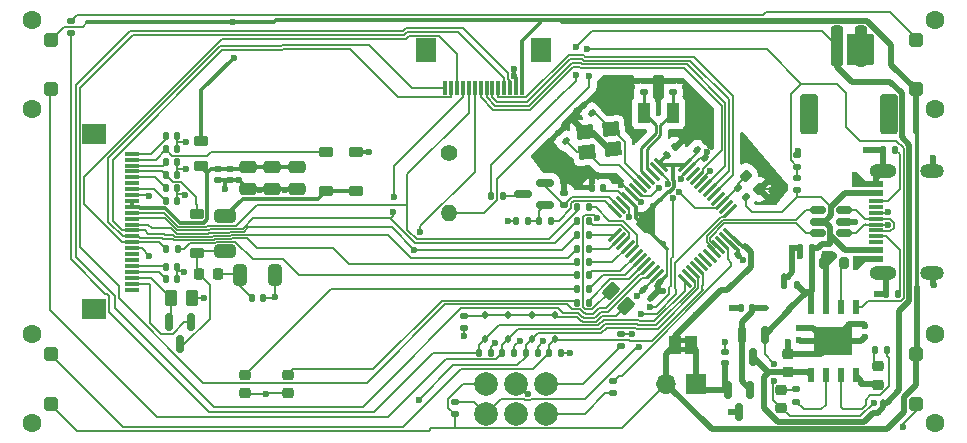
<source format=gbr>
%TF.GenerationSoftware,KiCad,Pcbnew,7.0.9*%
%TF.CreationDate,2023-12-11T11:57:59+01:00*%
%TF.ProjectId,USB E-Paper thing,55534220-452d-4506-9170-657220746869,rev?*%
%TF.SameCoordinates,Original*%
%TF.FileFunction,Copper,L1,Top*%
%TF.FilePolarity,Positive*%
%FSLAX46Y46*%
G04 Gerber Fmt 4.6, Leading zero omitted, Abs format (unit mm)*
G04 Created by KiCad (PCBNEW 7.0.9) date 2023-12-11 11:57:59*
%MOMM*%
%LPD*%
G01*
G04 APERTURE LIST*
G04 Aperture macros list*
%AMRoundRect*
0 Rectangle with rounded corners*
0 $1 Rounding radius*
0 $2 $3 $4 $5 $6 $7 $8 $9 X,Y pos of 4 corners*
0 Add a 4 corners polygon primitive as box body*
4,1,4,$2,$3,$4,$5,$6,$7,$8,$9,$2,$3,0*
0 Add four circle primitives for the rounded corners*
1,1,$1+$1,$2,$3*
1,1,$1+$1,$4,$5*
1,1,$1+$1,$6,$7*
1,1,$1+$1,$8,$9*
0 Add four rect primitives between the rounded corners*
20,1,$1+$1,$2,$3,$4,$5,0*
20,1,$1+$1,$4,$5,$6,$7,0*
20,1,$1+$1,$6,$7,$8,$9,0*
20,1,$1+$1,$8,$9,$2,$3,0*%
%AMRotRect*
0 Rectangle, with rotation*
0 The origin of the aperture is its center*
0 $1 length*
0 $2 width*
0 $3 Rotation angle, in degrees counterclockwise*
0 Add horizontal line*
21,1,$1,$2,0,0,$3*%
G04 Aperture macros list end*
%TA.AperFunction,SMDPad,CuDef*%
%ADD10R,0.600000X1.200000*%
%TD*%
%TA.AperFunction,SMDPad,CuDef*%
%ADD11R,3.300000X2.400000*%
%TD*%
%TA.AperFunction,SMDPad,CuDef*%
%ADD12RoundRect,0.135000X0.135000X0.185000X-0.135000X0.185000X-0.135000X-0.185000X0.135000X-0.185000X0*%
%TD*%
%TA.AperFunction,SMDPad,CuDef*%
%ADD13RoundRect,0.135000X-0.135000X-0.185000X0.135000X-0.185000X0.135000X0.185000X-0.135000X0.185000X0*%
%TD*%
%TA.AperFunction,ComponentPad*%
%ADD14C,1.600000*%
%TD*%
%TA.AperFunction,SMDPad,CuDef*%
%ADD15RoundRect,0.300000X-0.300000X-0.300000X0.300000X-0.300000X0.300000X0.300000X-0.300000X0.300000X0*%
%TD*%
%TA.AperFunction,SMDPad,CuDef*%
%ADD16RoundRect,0.300000X0.300000X0.300000X-0.300000X0.300000X-0.300000X-0.300000X0.300000X-0.300000X0*%
%TD*%
%TA.AperFunction,SMDPad,CuDef*%
%ADD17RoundRect,0.140000X-0.219203X-0.021213X-0.021213X-0.219203X0.219203X0.021213X0.021213X0.219203X0*%
%TD*%
%TA.AperFunction,SMDPad,CuDef*%
%ADD18RoundRect,0.140000X-0.140000X-0.170000X0.140000X-0.170000X0.140000X0.170000X-0.140000X0.170000X0*%
%TD*%
%TA.AperFunction,SMDPad,CuDef*%
%ADD19RoundRect,0.140000X0.140000X0.170000X-0.140000X0.170000X-0.140000X-0.170000X0.140000X-0.170000X0*%
%TD*%
%TA.AperFunction,ComponentPad*%
%ADD20C,1.400000*%
%TD*%
%TA.AperFunction,ComponentPad*%
%ADD21O,1.400000X1.400000*%
%TD*%
%TA.AperFunction,SMDPad,CuDef*%
%ADD22RoundRect,0.225000X0.375000X-0.225000X0.375000X0.225000X-0.375000X0.225000X-0.375000X-0.225000X0*%
%TD*%
%TA.AperFunction,SMDPad,CuDef*%
%ADD23RoundRect,0.140000X0.219203X0.021213X0.021213X0.219203X-0.219203X-0.021213X-0.021213X-0.219203X0*%
%TD*%
%TA.AperFunction,SMDPad,CuDef*%
%ADD24RoundRect,0.075000X-0.521491X0.415425X0.415425X-0.521491X0.521491X-0.415425X-0.415425X0.521491X0*%
%TD*%
%TA.AperFunction,SMDPad,CuDef*%
%ADD25RoundRect,0.075000X-0.521491X-0.415425X-0.415425X-0.521491X0.521491X0.415425X0.415425X0.521491X0*%
%TD*%
%TA.AperFunction,SMDPad,CuDef*%
%ADD26RoundRect,0.140000X-0.170000X0.140000X-0.170000X-0.140000X0.170000X-0.140000X0.170000X0.140000X0*%
%TD*%
%TA.AperFunction,SMDPad,CuDef*%
%ADD27C,2.000000*%
%TD*%
%TA.AperFunction,SMDPad,CuDef*%
%ADD28R,1.000000X1.800000*%
%TD*%
%TA.AperFunction,SMDPad,CuDef*%
%ADD29RoundRect,0.200000X-0.335876X-0.053033X-0.053033X-0.335876X0.335876X0.053033X0.053033X0.335876X0*%
%TD*%
%TA.AperFunction,SMDPad,CuDef*%
%ADD30RoundRect,0.218750X-0.256250X0.218750X-0.256250X-0.218750X0.256250X-0.218750X0.256250X0.218750X0*%
%TD*%
%TA.AperFunction,SMDPad,CuDef*%
%ADD31RoundRect,0.150000X0.587500X0.150000X-0.587500X0.150000X-0.587500X-0.150000X0.587500X-0.150000X0*%
%TD*%
%TA.AperFunction,SMDPad,CuDef*%
%ADD32RoundRect,0.135000X0.226274X0.035355X0.035355X0.226274X-0.226274X-0.035355X-0.035355X-0.226274X0*%
%TD*%
%TA.AperFunction,SMDPad,CuDef*%
%ADD33RoundRect,0.150000X-0.150000X0.587500X-0.150000X-0.587500X0.150000X-0.587500X0.150000X0.587500X0*%
%TD*%
%TA.AperFunction,SMDPad,CuDef*%
%ADD34RoundRect,0.112500X-0.112500X0.187500X-0.112500X-0.187500X0.112500X-0.187500X0.112500X0.187500X0*%
%TD*%
%TA.AperFunction,SMDPad,CuDef*%
%ADD35RoundRect,0.140000X0.170000X-0.140000X0.170000X0.140000X-0.170000X0.140000X-0.170000X-0.140000X0*%
%TD*%
%TA.AperFunction,SMDPad,CuDef*%
%ADD36RoundRect,0.250000X0.262500X0.450000X-0.262500X0.450000X-0.262500X-0.450000X0.262500X-0.450000X0*%
%TD*%
%TA.AperFunction,SMDPad,CuDef*%
%ADD37RoundRect,0.135000X-0.185000X0.135000X-0.185000X-0.135000X0.185000X-0.135000X0.185000X0.135000X0*%
%TD*%
%TA.AperFunction,SMDPad,CuDef*%
%ADD38RoundRect,0.135000X0.185000X-0.135000X0.185000X0.135000X-0.185000X0.135000X-0.185000X-0.135000X0*%
%TD*%
%TA.AperFunction,SMDPad,CuDef*%
%ADD39R,1.800000X2.000000*%
%TD*%
%TA.AperFunction,SMDPad,CuDef*%
%ADD40R,0.300000X1.200000*%
%TD*%
%TA.AperFunction,SMDPad,CuDef*%
%ADD41R,1.000000X1.500000*%
%TD*%
%TA.AperFunction,SMDPad,CuDef*%
%ADD42RoundRect,0.250000X-0.475000X0.250000X-0.475000X-0.250000X0.475000X-0.250000X0.475000X0.250000X0*%
%TD*%
%TA.AperFunction,SMDPad,CuDef*%
%ADD43RoundRect,0.140000X0.021213X-0.219203X0.219203X-0.021213X-0.021213X0.219203X-0.219203X0.021213X0*%
%TD*%
%TA.AperFunction,SMDPad,CuDef*%
%ADD44RoundRect,0.250000X0.650000X-0.325000X0.650000X0.325000X-0.650000X0.325000X-0.650000X-0.325000X0*%
%TD*%
%TA.AperFunction,SMDPad,CuDef*%
%ADD45RoundRect,0.225000X0.250000X-0.225000X0.250000X0.225000X-0.250000X0.225000X-0.250000X-0.225000X0*%
%TD*%
%TA.AperFunction,SMDPad,CuDef*%
%ADD46R,1.240000X0.600000*%
%TD*%
%TA.AperFunction,SMDPad,CuDef*%
%ADD47R,1.240000X0.300000*%
%TD*%
%TA.AperFunction,ComponentPad*%
%ADD48O,2.300000X1.200000*%
%TD*%
%TA.AperFunction,ComponentPad*%
%ADD49O,2.000000X1.200000*%
%TD*%
%TA.AperFunction,ComponentPad*%
%ADD50R,1.700000X1.700000*%
%TD*%
%TA.AperFunction,ComponentPad*%
%ADD51O,1.700000X1.700000*%
%TD*%
%TA.AperFunction,SMDPad,CuDef*%
%ADD52RoundRect,0.250000X-0.503814X-0.132583X-0.132583X-0.503814X0.503814X0.132583X0.132583X0.503814X0*%
%TD*%
%TA.AperFunction,SMDPad,CuDef*%
%ADD53RoundRect,0.218750X-0.218750X-0.256250X0.218750X-0.256250X0.218750X0.256250X-0.218750X0.256250X0*%
%TD*%
%TA.AperFunction,SMDPad,CuDef*%
%ADD54RoundRect,0.200000X0.200000X0.275000X-0.200000X0.275000X-0.200000X-0.275000X0.200000X-0.275000X0*%
%TD*%
%TA.AperFunction,SMDPad,CuDef*%
%ADD55RoundRect,0.225000X-0.375000X0.225000X-0.375000X-0.225000X0.375000X-0.225000X0.375000X0.225000X0*%
%TD*%
%TA.AperFunction,SMDPad,CuDef*%
%ADD56RoundRect,0.150000X0.512500X0.150000X-0.512500X0.150000X-0.512500X-0.150000X0.512500X-0.150000X0*%
%TD*%
%TA.AperFunction,SMDPad,CuDef*%
%ADD57RoundRect,0.218750X0.256250X-0.218750X0.256250X0.218750X-0.256250X0.218750X-0.256250X-0.218750X0*%
%TD*%
%TA.AperFunction,SMDPad,CuDef*%
%ADD58RoundRect,0.140000X-0.021213X0.219203X-0.219203X0.021213X0.021213X-0.219203X0.219203X-0.021213X0*%
%TD*%
%TA.AperFunction,SMDPad,CuDef*%
%ADD59R,2.000000X1.800000*%
%TD*%
%TA.AperFunction,SMDPad,CuDef*%
%ADD60R,1.200000X0.300000*%
%TD*%
%TA.AperFunction,SMDPad,CuDef*%
%ADD61RoundRect,0.218750X0.381250X-0.218750X0.381250X0.218750X-0.381250X0.218750X-0.381250X-0.218750X0*%
%TD*%
%TA.AperFunction,SMDPad,CuDef*%
%ADD62RoundRect,0.250001X-0.499999X-1.449999X0.499999X-1.449999X0.499999X1.449999X-0.499999X1.449999X0*%
%TD*%
%TA.AperFunction,SMDPad,CuDef*%
%ADD63RoundRect,0.250000X-0.250000X-1.500000X0.250000X-1.500000X0.250000X1.500000X-0.250000X1.500000X0*%
%TD*%
%TA.AperFunction,SMDPad,CuDef*%
%ADD64RoundRect,0.250000X-0.325000X-0.650000X0.325000X-0.650000X0.325000X0.650000X-0.325000X0.650000X0*%
%TD*%
%TA.AperFunction,SMDPad,CuDef*%
%ADD65RoundRect,0.112500X-0.187500X-0.112500X0.187500X-0.112500X0.187500X0.112500X-0.187500X0.112500X0*%
%TD*%
%TA.AperFunction,SMDPad,CuDef*%
%ADD66RotRect,1.400000X1.200000X7.000000*%
%TD*%
%TA.AperFunction,ViaPad*%
%ADD67C,0.600000*%
%TD*%
%TA.AperFunction,Conductor*%
%ADD68C,0.500000*%
%TD*%
%TA.AperFunction,Conductor*%
%ADD69C,0.200000*%
%TD*%
%TA.AperFunction,Conductor*%
%ADD70C,0.300000*%
%TD*%
%TA.AperFunction,Conductor*%
%ADD71C,0.250000*%
%TD*%
%TA.AperFunction,Conductor*%
%ADD72C,0.127000*%
%TD*%
G04 APERTURE END LIST*
%TA.AperFunction,EtchedComponent*%
%TO.C,JP1*%
G36*
X56620000Y7310000D02*
G01*
X56120000Y7310000D01*
X56120000Y7710000D01*
X56620000Y7710000D01*
X56620000Y7310000D01*
G37*
%TD.AperFunction*%
%TA.AperFunction,EtchedComponent*%
G36*
X56620000Y8110000D02*
G01*
X56120000Y8110000D01*
X56120000Y8510000D01*
X56620000Y8510000D01*
X56620000Y8110000D01*
G37*
%TD.AperFunction*%
%TD*%
D10*
%TO.P,U3,1,TEMP*%
%TO.N,Net-(U3-TEMP)*%
X71010000Y11160000D03*
%TO.P,U3,2,PROG*%
%TO.N,Net-(U3-PROG)*%
X69740000Y11160000D03*
%TO.P,U3,3,GND*%
%TO.N,GND*%
X68460000Y11160000D03*
%TO.P,U3,4,VCC*%
%TO.N,/VBUS*%
X67190000Y11160000D03*
%TO.P,U3,5,BAT*%
%TO.N,+BATT*%
X67190000Y5340000D03*
%TO.P,U3,6,~{STDBY}*%
%TO.N,Net-(U3-~{STDBY})*%
X68460000Y5340000D03*
%TO.P,U3,7,~{CHRG}*%
%TO.N,Net-(U3-~{CHRG})*%
X69740000Y5340000D03*
%TO.P,U3,8,CE*%
%TO.N,/VBUS*%
X71010000Y5340000D03*
D11*
%TO.P,U3,9,THERMAL*%
%TO.N,GND*%
X69100000Y8250000D03*
%TD*%
D12*
%TO.P,R24,1*%
%TO.N,Net-(U1-PA5)*%
X48420000Y18400000D03*
%TO.P,R24,2*%
%TO.N,/SCLK*%
X47400000Y18400000D03*
%TD*%
%TO.P,R26,1*%
%TO.N,Net-(U1-PA7)*%
X48420000Y19570000D03*
%TO.P,R26,2*%
%TO.N,/MOSI*%
X47400000Y19570000D03*
%TD*%
D13*
%TO.P,R11,1*%
%TO.N,Net-(Q1-G)*%
X44200000Y18425000D03*
%TO.P,R11,2*%
%TO.N,/VBAT_MEAS_EN*%
X45220000Y18425000D03*
%TD*%
D14*
%TO.P,SW3,*%
%TO.N,*%
X77700000Y35400000D03*
X77700000Y27900000D03*
D15*
%TO.P,SW3,1,1*%
%TO.N,+3V0*%
X76100000Y29550000D03*
D16*
%TO.P,SW3,2,2*%
%TO.N,Net-(R29-Pad2)*%
X76100000Y33750000D03*
%TD*%
D13*
%TO.P,R3,1*%
%TO.N,/BUTTON1*%
X45050000Y7230000D03*
%TO.P,R3,2*%
%TO.N,GND*%
X46070000Y7230000D03*
%TD*%
D12*
%TO.P,R15,1*%
%TO.N,/Power/CC1*%
X74570000Y12200000D03*
%TO.P,R15,2*%
%TO.N,GND*%
X73550000Y12200000D03*
%TD*%
D17*
%TO.P,C5,1*%
%TO.N,+3V0*%
X57560589Y24399411D03*
%TO.P,C5,2*%
%TO.N,GND*%
X58239411Y23720589D03*
%TD*%
D18*
%TO.P,C16,1*%
%TO.N,/E-Ink display/VDD*%
X12600000Y20100000D03*
%TO.P,C16,2*%
%TO.N,GND*%
X13560000Y20100000D03*
%TD*%
D19*
%TO.P,C6,1*%
%TO.N,+3V0*%
X49640000Y21170000D03*
%TO.P,C6,2*%
%TO.N,GND*%
X48680000Y21170000D03*
%TD*%
D20*
%TO.P,TH1,1*%
%TO.N,GND*%
X36576000Y24130000D03*
D21*
%TO.P,TH1,2*%
%TO.N,Net-(U3-TEMP)*%
X36576000Y19050000D03*
%TD*%
D22*
%TO.P,D11,1,K*%
%TO.N,Net-(D10-A)*%
X26175000Y20970000D03*
%TO.P,D11,2,A*%
%TO.N,/E-Ink display/PREVGL*%
X26175000Y24270000D03*
%TD*%
D23*
%TO.P,C2,1*%
%TO.N,Net-(U1-PH1)*%
X46449411Y25140589D03*
%TO.P,C2,2*%
%TO.N,GND*%
X45770589Y25819411D03*
%TD*%
D24*
%TO.P,U1,1,VLCD*%
%TO.N,+3V0*%
X54511212Y23127876D03*
%TO.P,U1,2,PC13*%
%TO.N,/VBUS_PRESENT*%
X54157658Y22774322D03*
%TO.P,U1,3,PC14*%
%TO.N,Net-(U1-PC14)*%
X53804105Y22420769D03*
%TO.P,U1,4,PC15*%
%TO.N,Net-(U1-PC15)*%
X53450551Y22067215D03*
%TO.P,U1,5,PH0*%
%TO.N,Net-(U1-PH0)*%
X53096998Y21713662D03*
%TO.P,U1,6,PH1*%
%TO.N,Net-(U1-PH1)*%
X52743445Y21360109D03*
%TO.P,U1,7,NRST*%
%TO.N,/NRST*%
X52389891Y21006555D03*
%TO.P,U1,8,VSSA*%
%TO.N,GND*%
X52036338Y20653002D03*
%TO.P,U1,9,VDDA*%
%TO.N,+3V0*%
X51682785Y20299449D03*
%TO.P,U1,10,PA0*%
%TO.N,/WAKEUP*%
X51329231Y19945895D03*
%TO.P,U1,11,PA1*%
%TO.N,/VBAT_MEAS*%
X50975678Y19592342D03*
%TO.P,U1,12,PA2*%
%TO.N,/VBAT_MEAS_EN*%
X50622124Y19238788D03*
D25*
%TO.P,U1,13,PA3*%
%TO.N,Net-(U1-PA3)*%
X50622124Y17241212D03*
%TO.P,U1,14,PA4*%
%TO.N,Net-(U1-PA4)*%
X50975678Y16887658D03*
%TO.P,U1,15,PA5*%
%TO.N,Net-(U1-PA5)*%
X51329231Y16534105D03*
%TO.P,U1,16,PA6*%
%TO.N,Net-(U1-PA6)*%
X51682785Y16180551D03*
%TO.P,U1,17,PA7*%
%TO.N,Net-(U1-PA7)*%
X52036338Y15826998D03*
%TO.P,U1,18,PB0*%
%TO.N,Net-(U1-PB0)*%
X52389891Y15473445D03*
%TO.P,U1,19,PB1*%
%TO.N,/LED0*%
X52743445Y15119891D03*
%TO.P,U1,20,PB2*%
%TO.N,/LED1*%
X53096998Y14766338D03*
%TO.P,U1,21,PB10*%
%TO.N,/SERIAL_TX*%
X53450551Y14412785D03*
%TO.P,U1,22,PB11*%
%TO.N,/SERIAL_RX*%
X53804105Y14059231D03*
%TO.P,U1,23,VSS*%
%TO.N,GND*%
X54157658Y13705678D03*
%TO.P,U1,24,VDD*%
%TO.N,+3V0*%
X54511212Y13352124D03*
D24*
%TO.P,U1,25,PB12*%
%TO.N,/BUTTON2*%
X56508788Y13352124D03*
%TO.P,U1,26,PB13*%
%TO.N,/BUTTON0*%
X56862342Y13705678D03*
%TO.P,U1,27,PB14*%
%TO.N,/BUTTON3*%
X57215895Y14059231D03*
%TO.P,U1,28,PB15*%
%TO.N,/BUTTON1*%
X57569449Y14412785D03*
%TO.P,U1,29,PA8*%
%TO.N,unconnected-(U1-PA8-Pad29)*%
X57923002Y14766338D03*
%TO.P,U1,30,PA9*%
%TO.N,unconnected-(U1-PA9-Pad30)*%
X58276555Y15119891D03*
%TO.P,U1,31,PA10*%
%TO.N,unconnected-(U1-PA10-Pad31)*%
X58630109Y15473445D03*
%TO.P,U1,32,PA11*%
%TO.N,/USB_D-*%
X58983662Y15826998D03*
%TO.P,U1,33,PA12*%
%TO.N,/USB_D+*%
X59337215Y16180551D03*
%TO.P,U1,34,PA13*%
%TO.N,Net-(U1-PA13)*%
X59690769Y16534105D03*
%TO.P,U1,35,VSS*%
%TO.N,GND*%
X60044322Y16887658D03*
%TO.P,U1,36,VDD*%
%TO.N,+3V0*%
X60397876Y17241212D03*
D25*
%TO.P,U1,37,PA14*%
%TO.N,Net-(U1-PA14)*%
X60397876Y19238788D03*
%TO.P,U1,38,PA15*%
%TO.N,unconnected-(U1-PA15-Pad38)*%
X60044322Y19592342D03*
%TO.P,U1,39,PB3*%
%TO.N,/VBUS_PRESENT*%
X59690769Y19945895D03*
%TO.P,U1,40,PB4*%
%TO.N,unconnected-(U1-PB4-Pad40)*%
X59337215Y20299449D03*
%TO.P,U1,41,PB5*%
%TO.N,/PB5*%
X58983662Y20653002D03*
%TO.P,U1,42,PB6*%
%TO.N,/PB6*%
X58630109Y21006555D03*
%TO.P,U1,43,PB7*%
%TO.N,/PB7*%
X58276555Y21360109D03*
%TO.P,U1,44,BOOT0*%
%TO.N,GND*%
X57923002Y21713662D03*
%TO.P,U1,45,PB8*%
%TO.N,/PB8*%
X57569449Y22067215D03*
%TO.P,U1,46,PB9*%
%TO.N,unconnected-(U1-PB9-Pad46)*%
X57215895Y22420769D03*
%TO.P,U1,47,VSS*%
%TO.N,GND*%
X56862342Y22774322D03*
%TO.P,U1,48,VDD*%
%TO.N,+3V0*%
X56508788Y23127876D03*
%TD*%
D26*
%TO.P,C25,1*%
%TO.N,/E-Ink display/VCC*%
X18040000Y22810000D03*
%TO.P,C25,2*%
%TO.N,GND*%
X18040000Y21850000D03*
%TD*%
D27*
%TO.P,J5,1,Pin_1*%
%TO.N,+3V0*%
X39700000Y4620000D03*
%TO.P,J5,2,Pin_2*%
%TO.N,GND*%
X42240000Y4620000D03*
%TO.P,J5,3,Pin_3*%
%TO.N,/SWDCLK*%
X44780000Y4620000D03*
%TO.P,J5,4,Pin_4*%
%TO.N,/SWDIO*%
X44780000Y2080000D03*
%TO.P,J5,5,Pin_5*%
%TO.N,unconnected-(J5-Pin_5-Pad5)*%
X42240000Y2080000D03*
%TO.P,J5,6,Pin_6*%
%TO.N,/NRST*%
X39700000Y2080000D03*
%TD*%
D28*
%TO.P,Y2,1,1*%
%TO.N,Net-(U1-PC15)*%
X53050000Y27560589D03*
%TO.P,Y2,2,2*%
%TO.N,Net-(U1-PC14)*%
X55550000Y27560589D03*
%TD*%
D23*
%TO.P,C7,1*%
%TO.N,+3V0*%
X53709411Y11910589D03*
%TO.P,C7,2*%
%TO.N,GND*%
X53030589Y12589411D03*
%TD*%
D29*
%TO.P,R14,1*%
%TO.N,/VBUS_PRESENT*%
X61686637Y22243363D03*
%TO.P,R14,2*%
%TO.N,GND*%
X62853363Y21076637D03*
%TD*%
D30*
%TO.P,D8,1,K*%
%TO.N,Net-(D8-K)*%
X72900000Y6127500D03*
%TO.P,D8,2,A*%
%TO.N,/VBUS*%
X72900000Y4552500D03*
%TD*%
D31*
%TO.P,Q1,1,G*%
%TO.N,Net-(Q1-G)*%
X44710000Y19750000D03*
%TO.P,Q1,2,S*%
%TO.N,/VBAT_MEAS*%
X44710000Y21650000D03*
%TO.P,Q1,3,D*%
%TO.N,Net-(Q1-D)*%
X42835000Y20700000D03*
%TD*%
D14*
%TO.P,SW4,*%
%TO.N,*%
X77700000Y8800000D03*
X77700000Y1300000D03*
D15*
%TO.P,SW4,1,1*%
%TO.N,/BUTTON3*%
X76100000Y2950000D03*
D16*
%TO.P,SW4,2,2*%
%TO.N,+3V0*%
X76100000Y7150000D03*
%TD*%
D32*
%TO.P,R13,1*%
%TO.N,/VBUS*%
X61740624Y20449376D03*
%TO.P,R13,2*%
%TO.N,/VBUS_PRESENT*%
X61019376Y21170624D03*
%TD*%
D33*
%TO.P,U4,1,IN*%
%TO.N,Net-(D9-K)*%
X62090000Y4117500D03*
%TO.P,U4,2,OUT*%
%TO.N,Net-(J8-Pin_1)*%
X60190000Y4117500D03*
%TO.P,U4,3,GND*%
%TO.N,GND*%
X61140000Y2242500D03*
%TD*%
D34*
%TO.P,D6,1,K*%
%TO.N,Net-(D1-K)*%
X43570000Y10480000D03*
%TO.P,D6,2,A*%
%TO.N,/BUTTON3*%
X43570000Y8380000D03*
%TD*%
D35*
%TO.P,C12,1*%
%TO.N,Net-(J8-Pin_1)*%
X59970000Y6370000D03*
%TO.P,C12,2*%
%TO.N,GND*%
X59970000Y7330000D03*
%TD*%
D12*
%TO.P,R27,1*%
%TO.N,Net-(U1-PA4)*%
X48420000Y16060000D03*
%TO.P,R27,2*%
%TO.N,/D{slash}~{C}*%
X47400000Y16060000D03*
%TD*%
%TO.P,R5,1*%
%TO.N,/LED0*%
X48420000Y12620000D03*
%TO.P,R5,2*%
%TO.N,Net-(D4-A)*%
X47400000Y12620000D03*
%TD*%
D35*
%TO.P,C4,1*%
%TO.N,Net-(U1-PC15)*%
X53050000Y29300000D03*
%TO.P,C4,2*%
%TO.N,GND*%
X53050000Y30260000D03*
%TD*%
D36*
%TO.P,R23,1*%
%TO.N,GND*%
X14825000Y11900000D03*
%TO.P,R23,2*%
%TO.N,/E-Ink display/RESE*%
X13000000Y11900000D03*
%TD*%
D37*
%TO.P,R17,1*%
%TO.N,Net-(D7-K)*%
X65980000Y4140000D03*
%TO.P,R17,2*%
%TO.N,Net-(U3-~{STDBY})*%
X65980000Y3120000D03*
%TD*%
D38*
%TO.P,R29,1*%
%TO.N,/BUTTON2*%
X4540000Y34320000D03*
%TO.P,R29,2*%
%TO.N,Net-(R29-Pad2)*%
X4540000Y35340000D03*
%TD*%
D39*
%TO.P,J3,*%
%TO.N,*%
X44390000Y32850000D03*
X34590000Y32850000D03*
D40*
%TO.P,J3,1,Pin_1*%
%TO.N,+3V0*%
X42740000Y29700000D03*
%TO.P,J3,2,Pin_2*%
%TO.N,GND*%
X42240000Y29700000D03*
%TO.P,J3,3,Pin_3*%
%TO.N,/SERIAL_RX*%
X41740000Y29700000D03*
%TO.P,J3,4,Pin_4*%
%TO.N,/SERIAL_TX*%
X41240000Y29700000D03*
%TO.P,J3,5,Pin_5*%
%TO.N,/PB5*%
X40740000Y29700000D03*
%TO.P,J3,6,Pin_6*%
%TO.N,/PB6*%
X40240000Y29700000D03*
%TO.P,J3,7,Pin_7*%
%TO.N,/PB7*%
X39740000Y29700000D03*
%TO.P,J3,8,Pin_8*%
%TO.N,/PB8*%
X39240000Y29700000D03*
%TO.P,J3,9,Pin_9*%
%TO.N,/~{CS}*%
X38740000Y29700000D03*
%TO.P,J3,10,Pin_10*%
%TO.N,/MOSI*%
X38240000Y29700000D03*
%TO.P,J3,11,Pin_11*%
%TO.N,/SCLK*%
X37740000Y29700000D03*
%TO.P,J3,12,Pin_12*%
%TO.N,/BUSY_DBG*%
X37240000Y29700000D03*
%TO.P,J3,13,Pin_13*%
%TO.N,/D{slash}~{C}*%
X36740000Y29700000D03*
%TO.P,J3,14,Pin_14*%
%TO.N,/~{RES}*%
X36240000Y29700000D03*
%TD*%
D13*
%TO.P,R6,1*%
%TO.N,/BUTTON2*%
X39080000Y7230000D03*
%TO.P,R6,2*%
%TO.N,GND*%
X40100000Y7230000D03*
%TD*%
D26*
%TO.P,C24,1*%
%TO.N,/E-Ink display/VCC*%
X17000000Y22810000D03*
%TO.P,C24,2*%
%TO.N,GND*%
X17000000Y21850000D03*
%TD*%
D35*
%TO.P,C3,1*%
%TO.N,Net-(U1-PC14)*%
X55550000Y29300000D03*
%TO.P,C3,2*%
%TO.N,GND*%
X55550000Y30260000D03*
%TD*%
D13*
%TO.P,R28,1*%
%TO.N,/BUSY_DBG*%
X12570000Y16050000D03*
%TO.P,R28,2*%
%TO.N,/BUSY*%
X13590000Y16050000D03*
%TD*%
D19*
%TO.P,C11,1*%
%TO.N,Net-(D9-K)*%
X62210000Y11020000D03*
%TO.P,C11,2*%
%TO.N,GND*%
X61250000Y11020000D03*
%TD*%
D14*
%TO.P,SW1,*%
%TO.N,*%
X1300000Y27900000D03*
X1300000Y35400000D03*
D16*
%TO.P,SW1,1,1*%
%TO.N,+3V0*%
X2900000Y33750000D03*
D15*
%TO.P,SW1,2,2*%
%TO.N,/BUTTON0*%
X2900000Y29550000D03*
%TD*%
D18*
%TO.P,C20,1*%
%TO.N,/E-Ink display/VGL*%
X12600000Y13500000D03*
%TO.P,C20,2*%
%TO.N,GND*%
X13560000Y13500000D03*
%TD*%
D12*
%TO.P,R16,1*%
%TO.N,/Power/CC2*%
X74360000Y24430000D03*
%TO.P,R16,2*%
%TO.N,GND*%
X73340000Y24430000D03*
%TD*%
D41*
%TO.P,JP1,1,A*%
%TO.N,Net-(J8-Pin_1)*%
X57020000Y7910000D03*
%TO.P,JP1,2,B*%
%TO.N,+3V0*%
X55720000Y7910000D03*
%TD*%
D38*
%TO.P,R12,1*%
%TO.N,+3V0*%
X37050000Y2060000D03*
%TO.P,R12,2*%
%TO.N,/NRST*%
X37050000Y3080000D03*
%TD*%
D42*
%TO.P,C29,1*%
%TO.N,/E-Ink display/VCC*%
X19550000Y22980000D03*
%TO.P,C29,2*%
%TO.N,GND*%
X19550000Y21080000D03*
%TD*%
D43*
%TO.P,C26,1*%
%TO.N,+3V0*%
X55030000Y23980000D03*
%TO.P,C26,2*%
%TO.N,GND*%
X55708822Y24658822D03*
%TD*%
D18*
%TO.P,C15,1*%
%TO.N,/E-Ink display/VSH*%
X12600000Y21194000D03*
%TO.P,C15,2*%
%TO.N,GND*%
X13560000Y21194000D03*
%TD*%
D12*
%TO.P,R25,1*%
%TO.N,Net-(U1-PA6)*%
X48420000Y14890000D03*
%TO.P,R25,2*%
%TO.N,/~{RES}*%
X47400000Y14890000D03*
%TD*%
D14*
%TO.P,SW2,*%
%TO.N,*%
X1300000Y1300000D03*
X1300000Y8800000D03*
D16*
%TO.P,SW2,1,1*%
%TO.N,/BUTTON1*%
X2900000Y7150000D03*
D15*
%TO.P,SW2,2,2*%
%TO.N,+3V0*%
X2900000Y2950000D03*
%TD*%
D38*
%TO.P,R20,1*%
%TO.N,/VBUS*%
X66060000Y21040000D03*
%TO.P,R20,2*%
%TO.N,Net-(U3-TEMP)*%
X66060000Y22060000D03*
%TD*%
D13*
%TO.P,R10,1*%
%TO.N,GND*%
X42225000Y18425000D03*
%TO.P,R10,2*%
%TO.N,Net-(Q1-G)*%
X43245000Y18425000D03*
%TD*%
D12*
%TO.P,R22,1*%
%TO.N,/VBUS*%
X65990000Y12990000D03*
%TO.P,R22,2*%
%TO.N,GND*%
X64970000Y12990000D03*
%TD*%
D13*
%TO.P,R7,1*%
%TO.N,+BATT*%
X40150000Y20530000D03*
%TO.P,R7,2*%
%TO.N,Net-(Q1-D)*%
X41170000Y20530000D03*
%TD*%
D44*
%TO.P,C21,1*%
%TO.N,Net-(D12-A)*%
X17640000Y15840000D03*
%TO.P,C21,2*%
%TO.N,Net-(D10-A)*%
X17640000Y18790000D03*
%TD*%
D37*
%TO.P,R32,1*%
%TO.N,Net-(U1-PA13)*%
X50470000Y4840000D03*
%TO.P,R32,2*%
%TO.N,/SWDIO*%
X50470000Y3820000D03*
%TD*%
%TO.P,R33,1*%
%TO.N,Net-(U1-PA14)*%
X51130000Y8850000D03*
%TO.P,R33,2*%
%TO.N,/SWDCLK*%
X51130000Y7830000D03*
%TD*%
D30*
%TO.P,D7,1,K*%
%TO.N,Net-(D7-K)*%
X64710000Y4127500D03*
%TO.P,D7,2,A*%
%TO.N,/VBUS*%
X64710000Y2552500D03*
%TD*%
D45*
%TO.P,C10,1*%
%TO.N,+BATT*%
X65260000Y5620000D03*
%TO.P,C10,2*%
%TO.N,GND*%
X65260000Y7170000D03*
%TD*%
D46*
%TO.P,J6,A1,GND*%
%TO.N,GND*%
X72700000Y15150000D03*
%TO.P,J6,A4,VBUS*%
%TO.N,/VBUS*%
X72700000Y15950000D03*
D47*
%TO.P,J6,A5,CC1*%
%TO.N,/Power/CC1*%
X72700000Y17100000D03*
%TO.P,J6,A6,D+*%
%TO.N,/Power/USB_IN_D+*%
X72700000Y18100000D03*
%TO.P,J6,A7,D-*%
%TO.N,/Power/USB_IN_D-*%
X72700000Y18600000D03*
%TO.P,J6,A8,SBU1*%
%TO.N,unconnected-(J6-SBU1-PadA8)*%
X72700000Y19600000D03*
D46*
%TO.P,J6,A9,VBUS*%
%TO.N,/VBUS*%
X72700000Y20750000D03*
%TO.P,J6,A12,GND*%
%TO.N,GND*%
X72700000Y21550000D03*
%TO.P,J6,B1,GND*%
X72700000Y21550000D03*
%TO.P,J6,B4,VBUS*%
%TO.N,/VBUS*%
X72700000Y20750000D03*
D47*
%TO.P,J6,B5,CC2*%
%TO.N,/Power/CC2*%
X72700000Y20100000D03*
%TO.P,J6,B6,D+*%
%TO.N,/Power/USB_IN_D+*%
X72700000Y19100000D03*
%TO.P,J6,B7,D-*%
%TO.N,/Power/USB_IN_D-*%
X72700000Y17600000D03*
%TO.P,J6,B8,SBU2*%
%TO.N,unconnected-(J6-SBU2-PadB8)*%
X72700000Y16600000D03*
D46*
%TO.P,J6,B9,VBUS*%
%TO.N,/VBUS*%
X72700000Y15950000D03*
%TO.P,J6,B12,GND*%
%TO.N,GND*%
X72700000Y15150000D03*
D48*
%TO.P,J6,S1,SHIELD*%
X73320000Y14030000D03*
D49*
X77500000Y14030000D03*
D48*
X73320000Y22670000D03*
D49*
X77500000Y22670000D03*
%TD*%
D13*
%TO.P,R1,1*%
%TO.N,/BUTTON0*%
X41070000Y7230000D03*
%TO.P,R1,2*%
%TO.N,GND*%
X42090000Y7230000D03*
%TD*%
D42*
%TO.P,C28,1*%
%TO.N,/E-Ink display/VCC*%
X21620000Y22980000D03*
%TO.P,C28,2*%
%TO.N,GND*%
X21620000Y21080000D03*
%TD*%
D18*
%TO.P,C13,1*%
%TO.N,/E-Ink display/VCOM*%
X12590000Y25570000D03*
%TO.P,C13,2*%
%TO.N,GND*%
X13550000Y25570000D03*
%TD*%
D12*
%TO.P,R2,1*%
%TO.N,/LED1*%
X48400000Y11470000D03*
%TO.P,R2,2*%
%TO.N,Net-(D2-A)*%
X47380000Y11470000D03*
%TD*%
D33*
%TO.P,Q3,1,G*%
%TO.N,/E-Ink display/GDR*%
X14750000Y9837500D03*
%TO.P,Q3,2,S*%
%TO.N,/E-Ink display/RESE*%
X12850000Y9837500D03*
%TO.P,Q3,3,D*%
%TO.N,Net-(D12-A)*%
X13800000Y7962500D03*
%TD*%
D34*
%TO.P,D1,1,K*%
%TO.N,Net-(D1-K)*%
X41580000Y10480000D03*
%TO.P,D1,2,A*%
%TO.N,/BUTTON0*%
X41580000Y8380000D03*
%TD*%
D38*
%TO.P,R21,1*%
%TO.N,Net-(U3-TEMP)*%
X66060000Y22980000D03*
%TO.P,R21,2*%
%TO.N,GND*%
X66060000Y24000000D03*
%TD*%
D13*
%TO.P,R18,1*%
%TO.N,Net-(D8-K)*%
X72620000Y7500000D03*
%TO.P,R18,2*%
%TO.N,Net-(U3-~{CHRG})*%
X73640000Y7500000D03*
%TD*%
D18*
%TO.P,C14,1*%
%TO.N,/E-Ink display/VSL*%
X12600000Y23382000D03*
%TO.P,C14,2*%
%TO.N,GND*%
X13560000Y23382000D03*
%TD*%
D50*
%TO.P,J8,1,Pin_1*%
%TO.N,Net-(J8-Pin_1)*%
X57480000Y4620000D03*
D51*
%TO.P,J8,2,Pin_2*%
%TO.N,+3V0*%
X54940000Y4620000D03*
%TD*%
D52*
%TO.P,R30,1*%
%TO.N,/WAKEUP*%
X50284765Y12505235D03*
%TO.P,R30,2*%
%TO.N,Net-(D1-K)*%
X51575235Y11214765D03*
%TD*%
D53*
%TO.P,L1,1,1*%
%TO.N,Net-(D12-A)*%
X15412500Y13900000D03*
%TO.P,L1,2,2*%
%TO.N,/E-Ink display/VCI*%
X16987500Y13900000D03*
%TD*%
D34*
%TO.P,D5,1,K*%
%TO.N,Net-(D1-K)*%
X39590000Y10480000D03*
%TO.P,D5,2,A*%
%TO.N,/BUTTON2*%
X39590000Y8380000D03*
%TD*%
D54*
%TO.P,R19,1*%
%TO.N,Net-(U3-PROG)*%
X70005000Y14820000D03*
%TO.P,R19,2*%
%TO.N,GND*%
X68355000Y14820000D03*
%TD*%
D55*
%TO.P,D10,1,K*%
%TO.N,GND*%
X28685000Y24225000D03*
%TO.P,D10,2,A*%
%TO.N,Net-(D10-A)*%
X28685000Y20925000D03*
%TD*%
D18*
%TO.P,C19,1*%
%TO.N,/E-Ink display/PREVGL*%
X12600000Y24476000D03*
%TO.P,C19,2*%
%TO.N,GND*%
X13560000Y24476000D03*
%TD*%
D13*
%TO.P,R9,1*%
%TO.N,/BUTTON3*%
X43060000Y7230000D03*
%TO.P,R9,2*%
%TO.N,GND*%
X44080000Y7230000D03*
%TD*%
D56*
%TO.P,U2,1,I/O1*%
%TO.N,/Power/USB_IN_D+*%
X70040000Y17400000D03*
%TO.P,U2,2,GND*%
%TO.N,GND*%
X70040000Y18350000D03*
%TO.P,U2,3,I/O2*%
%TO.N,/Power/USB_IN_D-*%
X70040000Y19300000D03*
%TO.P,U2,4,I/O2*%
%TO.N,/USB_D-*%
X67765000Y19300000D03*
%TO.P,U2,5,VBUS*%
%TO.N,/VBUS*%
X67765000Y18350000D03*
%TO.P,U2,6,I/O1*%
%TO.N,/USB_D+*%
X67765000Y17400000D03*
%TD*%
D57*
%TO.P,D2,1,K*%
%TO.N,GND*%
X22895000Y3825000D03*
%TO.P,D2,2,A*%
%TO.N,Net-(D2-A)*%
X22895000Y5400000D03*
%TD*%
D58*
%TO.P,C8,1*%
%TO.N,+3V0*%
X61670000Y16210000D03*
%TO.P,C8,2*%
%TO.N,GND*%
X60991178Y15531178D03*
%TD*%
D23*
%TO.P,C1,1*%
%TO.N,Net-(U1-PH0)*%
X48649411Y27540589D03*
%TO.P,C1,2*%
%TO.N,GND*%
X47970589Y28219411D03*
%TD*%
D59*
%TO.P,DS1,*%
%TO.N,*%
X6550000Y25750000D03*
X6550000Y10950000D03*
D60*
%TO.P,DS1,1,NC*%
%TO.N,unconnected-(DS1-NC-Pad1)*%
X9700000Y12600000D03*
%TO.P,DS1,2,GDR*%
%TO.N,/E-Ink display/GDR*%
X9700000Y13100000D03*
%TO.P,DS1,3,RESE*%
%TO.N,/E-Ink display/RESE*%
X9700000Y13600000D03*
%TO.P,DS1,4,VGL*%
%TO.N,/E-Ink display/VGL*%
X9700000Y14100000D03*
%TO.P,DS1,5,VGH*%
%TO.N,/E-Ink display/VGH*%
X9700000Y14600000D03*
%TO.P,DS1,6,TSCL*%
%TO.N,/E-Ink display/TSCL*%
X9700000Y15100000D03*
%TO.P,DS1,7,TSDA*%
%TO.N,/E-Ink display/TSDA*%
X9700000Y15600000D03*
%TO.P,DS1,8,BS1*%
%TO.N,GND*%
X9700000Y16100000D03*
%TO.P,DS1,9,BUSY*%
%TO.N,/BUSY_DBG*%
X9700000Y16600000D03*
%TO.P,DS1,10,RES#*%
%TO.N,/~{RES}*%
X9700000Y17100000D03*
%TO.P,DS1,11,D/C#*%
%TO.N,/D{slash}~{C}*%
X9700000Y17600000D03*
%TO.P,DS1,12,CS#*%
%TO.N,/~{CS}*%
X9700000Y18100000D03*
%TO.P,DS1,13,D0*%
%TO.N,/SCLK*%
X9700000Y18600000D03*
%TO.P,DS1,14,D1*%
%TO.N,/MOSI*%
X9700000Y19100000D03*
%TO.P,DS1,15,VDDIO*%
%TO.N,/E-Ink display/VCC*%
X9700000Y19600000D03*
%TO.P,DS1,16,VCI*%
X9700000Y20100000D03*
%TO.P,DS1,17,VSS*%
%TO.N,GND*%
X9700000Y20600000D03*
%TO.P,DS1,18,VDD*%
%TO.N,/E-Ink display/VDD*%
X9700000Y21100000D03*
%TO.P,DS1,19,VPP*%
%TO.N,/E-Ink display/VPP*%
X9700000Y21600000D03*
%TO.P,DS1,20,VSH*%
%TO.N,/E-Ink display/VSH*%
X9700000Y22100000D03*
%TO.P,DS1,21,PREVGH*%
%TO.N,/E-Ink display/PREVGH*%
X9700000Y22600000D03*
%TO.P,DS1,22,VSL*%
%TO.N,/E-Ink display/VSL*%
X9700000Y23100000D03*
%TO.P,DS1,23,PREVGL*%
%TO.N,/E-Ink display/PREVGL*%
X9700000Y23600000D03*
%TO.P,DS1,24,VCOM*%
%TO.N,/E-Ink display/VCOM*%
X9700000Y24100000D03*
%TD*%
D61*
%TO.P,FB1,1*%
%TO.N,/E-Ink display/VCC*%
X15540000Y23025000D03*
%TO.P,FB1,2*%
%TO.N,+3V0*%
X15540000Y25150000D03*
%TD*%
D34*
%TO.P,D3,1,K*%
%TO.N,Net-(D1-K)*%
X45560000Y10480000D03*
%TO.P,D3,2,A*%
%TO.N,/BUTTON1*%
X45560000Y8380000D03*
%TD*%
D18*
%TO.P,C17,1*%
%TO.N,/E-Ink display/VCI*%
X19880000Y11900000D03*
%TO.P,C17,2*%
%TO.N,GND*%
X20840000Y11900000D03*
%TD*%
%TO.P,C18,1*%
%TO.N,/E-Ink display/VGH*%
X12600000Y14500000D03*
%TO.P,C18,2*%
%TO.N,GND*%
X13560000Y14500000D03*
%TD*%
D42*
%TO.P,C27,1*%
%TO.N,/E-Ink display/VCC*%
X23660000Y22980000D03*
%TO.P,C27,2*%
%TO.N,GND*%
X23660000Y21080000D03*
%TD*%
D62*
%TO.P,BT1,*%
%TO.N,*%
X67080000Y27500000D03*
X73780000Y27500000D03*
D63*
%TO.P,BT1,1,+*%
%TO.N,+BATT*%
X69430000Y33250000D03*
%TO.P,BT1,2,-*%
%TO.N,GND*%
X71430000Y33250000D03*
%TD*%
D55*
%TO.P,D12,1,K*%
%TO.N,/E-Ink display/PREVGH*%
X15220000Y18990000D03*
%TO.P,D12,2,A*%
%TO.N,Net-(D12-A)*%
X15220000Y15690000D03*
%TD*%
D12*
%TO.P,R31,1*%
%TO.N,Net-(U1-PB0)*%
X48420000Y13850000D03*
%TO.P,R31,2*%
%TO.N,/BUSY*%
X47400000Y13850000D03*
%TD*%
D33*
%TO.P,Q2,1,G*%
%TO.N,/VBUS*%
X63280709Y8758500D03*
%TO.P,Q2,2,S*%
%TO.N,Net-(D9-K)*%
X61380709Y8758500D03*
%TO.P,Q2,3,D*%
%TO.N,+BATT*%
X62330709Y6883500D03*
%TD*%
D64*
%TO.P,C22,1*%
%TO.N,/E-Ink display/VCI*%
X18895000Y13840000D03*
%TO.P,C22,2*%
%TO.N,GND*%
X21845000Y13840000D03*
%TD*%
D65*
%TO.P,D9,1,K*%
%TO.N,Net-(D9-K)*%
X63350000Y11000000D03*
%TO.P,D9,2,A*%
%TO.N,/VBUS*%
X65450000Y11000000D03*
%TD*%
D12*
%TO.P,R34,1*%
%TO.N,Net-(U1-PA3)*%
X48420000Y17230000D03*
%TO.P,R34,2*%
%TO.N,/~{CS}*%
X47400000Y17230000D03*
%TD*%
D37*
%TO.P,R4,1*%
%TO.N,Net-(D1-K)*%
X37840000Y10330000D03*
%TO.P,R4,2*%
%TO.N,GND*%
X37840000Y9310000D03*
%TD*%
D57*
%TO.P,D4,1,K*%
%TO.N,GND*%
X19320000Y3825000D03*
%TO.P,D4,2,A*%
%TO.N,Net-(D4-A)*%
X19320000Y5400000D03*
%TD*%
D66*
%TO.P,Y1,1,1*%
%TO.N,Net-(U1-PH1)*%
X48271788Y24222279D03*
%TO.P,Y1,2,2*%
%TO.N,GND*%
X50455390Y24490392D03*
%TO.P,Y1,3,3*%
%TO.N,Net-(U1-PH0)*%
X50248212Y26177721D03*
%TO.P,Y1,4,4*%
%TO.N,GND*%
X48064610Y25909608D03*
%TD*%
D18*
%TO.P,C23,1*%
%TO.N,/E-Ink display/PREVGH*%
X12600000Y22288000D03*
%TO.P,C23,2*%
%TO.N,GND*%
X13560000Y22288000D03*
%TD*%
D38*
%TO.P,R8,1*%
%TO.N,/VBAT_MEAS*%
X46335000Y19740000D03*
%TO.P,R8,2*%
%TO.N,GND*%
X46335000Y20760000D03*
%TD*%
D19*
%TO.P,C9,1*%
%TO.N,/VBUS*%
X67280000Y16080000D03*
%TO.P,C9,2*%
%TO.N,GND*%
X66320000Y16080000D03*
%TD*%
D67*
%TO.N,GND*%
X68000000Y7500000D03*
X69000000Y7500000D03*
X70000000Y7500000D03*
X70000000Y9000000D03*
X69000000Y9000000D03*
X68000000Y9000000D03*
X58423000Y24266752D03*
X22700000Y21050000D03*
X71020000Y14470000D03*
X40470000Y8090000D03*
X71800000Y9540000D03*
X56250000Y25220000D03*
X63160000Y23000000D03*
X17580000Y21140000D03*
X52510000Y12040000D03*
X14300000Y22840000D03*
X58668790Y22613499D03*
X60450000Y2250000D03*
X15787009Y11920000D03*
X11150000Y20500000D03*
X42090000Y31310000D03*
X71010000Y15190000D03*
X72300000Y32600000D03*
X14170000Y14080000D03*
X42100524Y30670923D03*
X47650000Y21320000D03*
X66220000Y8360000D03*
X58620000Y27210000D03*
X44810000Y24400000D03*
X54700589Y30270000D03*
X63940000Y20190000D03*
X41570000Y18440000D03*
X71690000Y15220000D03*
X50000000Y29850000D03*
X45050000Y22920000D03*
X60510000Y11020000D03*
X70500000Y31900000D03*
X48660000Y21680000D03*
X46340000Y21410000D03*
X77550000Y23700000D03*
X69130000Y15400000D03*
X71790000Y8590000D03*
X65620000Y16080000D03*
X70970000Y22280000D03*
X56189110Y21980599D03*
X72300000Y34000000D03*
X20530000Y21050000D03*
X59970000Y8130000D03*
X72810000Y12200000D03*
X70500000Y32600000D03*
X71610000Y21550000D03*
X57500000Y28810000D03*
X65270013Y8180013D03*
X46259411Y26310589D03*
X70500000Y33300000D03*
X66110000Y24324981D03*
X65270000Y13700000D03*
X21860000Y12000000D03*
X11180000Y15480000D03*
X63944000Y20998000D03*
X72562646Y24417354D03*
X70980000Y21540000D03*
X66230000Y9330000D03*
X66320000Y15450000D03*
X47600000Y22500000D03*
X71900000Y24417354D03*
X57010000Y26970000D03*
X77600000Y12970000D03*
X61433000Y15070000D03*
X70900026Y18360026D03*
X61650000Y23790000D03*
X70500000Y34000000D03*
X72300000Y33300000D03*
X72300000Y31900000D03*
X21110000Y3760000D03*
X29805000Y24205000D03*
X52370000Y25620000D03*
X14310000Y25100000D03*
X51540000Y27630000D03*
X52817764Y19980233D03*
X18790000Y21840000D03*
X14217354Y20577354D03*
X47429411Y27690589D03*
X37870000Y8630000D03*
X51102057Y21413334D03*
X46850000Y7220000D03*
X53890589Y30270000D03*
X44550000Y8230000D03*
X68410000Y15570000D03*
X43240000Y3780000D03*
X42550000Y8260000D03*
X61580000Y24870000D03*
%TO.N,+3V0*%
X18270000Y35230000D03*
X18320000Y32232000D03*
X54700002Y12454066D03*
X57470000Y10410000D03*
%TO.N,/VBUS*%
X71810000Y4562500D03*
X72520000Y2980000D03*
X64054648Y4855574D03*
X64110000Y6300000D03*
%TO.N,/WAKEUP*%
X51810000Y18720000D03*
X49113663Y18641379D03*
%TO.N,+BATT*%
X47300000Y30740002D03*
X47280000Y33101000D03*
%TO.N,/SCLK*%
X31900000Y20400000D03*
X31860000Y19170000D03*
%TO.N,/BUTTON3*%
X74970000Y970000D03*
X34015000Y3285000D03*
%TO.N,/NRST*%
X55506309Y20362659D03*
X54315380Y21199038D03*
X53580000Y11080000D03*
X52610000Y7700000D03*
%TO.N,Net-(U3-TEMP)*%
X48460000Y30687341D03*
X48230000Y32930000D03*
%TO.N,/VBUS_PRESENT*%
X56053964Y20851960D03*
X55080000Y21519998D03*
%TO.N,/Power/USB_IN_D+*%
X73693000Y18048724D03*
X73692418Y19127000D03*
%TO.N,Net-(U1-PA14)*%
X52083000Y8801574D03*
X52790000Y10550000D03*
%TO.N,/~{CS}*%
X34150000Y17450000D03*
X33633709Y15953768D03*
%TD*%
D68*
%TO.N,GND*%
X68020000Y7170000D02*
X69100000Y8250000D01*
X65260000Y7170000D02*
X68020000Y7170000D01*
X70000000Y9200000D02*
X70450000Y9650000D01*
X70000000Y9000000D02*
X70000000Y9200000D01*
X69800000Y9000000D02*
X70000000Y9000000D01*
X67750000Y9000000D02*
X67570000Y9180000D01*
X68000000Y9000000D02*
X67750000Y9000000D01*
X68000000Y8750000D02*
X68000000Y9000000D01*
%TO.N,/VBUS*%
X67280000Y12485000D02*
X67190000Y12395000D01*
X67190000Y12395000D02*
X67190000Y11160000D01*
%TO.N,GND*%
X68460000Y12395000D02*
X68460000Y11160000D01*
X68465000Y12400000D02*
X68460000Y12395000D01*
D69*
%TO.N,Net-(U3-PROG)*%
X69740000Y12395000D02*
X69740000Y11160000D01*
X69735000Y12400000D02*
X69740000Y12395000D01*
%TO.N,Net-(U3-TEMP)*%
X72052000Y11653000D02*
X71559000Y11160000D01*
X71559000Y11160000D02*
X71010000Y11160000D01*
D68*
%TO.N,/VBUS*%
X71467500Y4882500D02*
X71010000Y5340000D01*
X71467500Y4562500D02*
X71467500Y4882500D01*
D69*
%TO.N,Net-(U3-~{CHRG})*%
X69740000Y4105000D02*
X69740000Y5340000D01*
X69735000Y4100000D02*
X69740000Y4105000D01*
%TO.N,Net-(U3-~{STDBY})*%
X68460000Y4105000D02*
X68460000Y5340000D01*
X68465000Y4100000D02*
X68460000Y4105000D01*
D68*
%TO.N,+BATT*%
X66910000Y5620000D02*
X67190000Y5340000D01*
X65260000Y5620000D02*
X66910000Y5620000D01*
D69*
%TO.N,Net-(U1-PH0)*%
X48885344Y27540589D02*
X48649411Y27540589D01*
X50248212Y26177721D02*
X48885344Y27540589D01*
X51460000Y23350660D02*
X51460000Y25109306D01*
X50391585Y26177721D02*
X50248212Y26177721D01*
X51460000Y25109306D02*
X50391585Y26177721D01*
X53096998Y21713662D02*
X51460000Y23350660D01*
D70*
%TO.N,GND*%
X17580000Y21850000D02*
X17580000Y21140000D01*
D68*
X68500000Y8250000D02*
X68000000Y8750000D01*
D69*
X57923002Y21713662D02*
X57923002Y21867711D01*
D68*
X69100000Y8250000D02*
X69100000Y8300000D01*
X66320000Y16080000D02*
X65620000Y16080000D01*
X73550000Y13845000D02*
X73365000Y14030000D01*
D69*
X11050000Y20600000D02*
X11150000Y20500000D01*
D68*
X66330000Y8250000D02*
X66220000Y8360000D01*
X69050000Y15320000D02*
X68355000Y15320000D01*
X70970000Y22280000D02*
X70970000Y21550000D01*
X68355000Y14820000D02*
X68550000Y14820000D01*
X47958233Y28219411D02*
X47429411Y27690589D01*
X46259411Y26520589D02*
X46869411Y27130589D01*
D69*
X13560000Y22840000D02*
X14300000Y22840000D01*
D68*
X71010000Y15190000D02*
X71010000Y14480000D01*
X71690000Y9650000D02*
X71800000Y9540000D01*
D69*
X9700000Y20600000D02*
X11050000Y20600000D01*
X56189110Y22101090D02*
X56189110Y21980599D01*
X41525000Y18425000D02*
X41540000Y18440000D01*
X57923002Y21867711D02*
X58668790Y22613499D01*
D68*
X70500000Y32600000D02*
X71900000Y34000000D01*
D70*
X20560000Y21080000D02*
X21620000Y21080000D01*
D69*
X59970000Y7330000D02*
X59970000Y8130000D01*
D70*
X42240000Y29700000D02*
X42240000Y30531447D01*
D68*
X70500000Y34000000D02*
X70500000Y33300000D01*
D69*
X52036338Y20653002D02*
X51276006Y21413334D01*
D68*
X72250000Y33250000D02*
X72300000Y33300000D01*
X70500000Y34000000D02*
X70500000Y33700000D01*
D69*
X9700000Y16100000D02*
X10560000Y16100000D01*
X13550000Y25570000D02*
X13550000Y25100000D01*
X42225000Y18425000D02*
X41525000Y18425000D01*
D68*
X45770589Y25821767D02*
X46259411Y26310589D01*
D69*
X20840000Y11900000D02*
X21760000Y11900000D01*
D70*
X21620000Y21080000D02*
X22670000Y21080000D01*
X20530000Y21050000D02*
X20560000Y21080000D01*
D69*
X13550000Y25100000D02*
X13550000Y24486000D01*
X13550000Y24486000D02*
X13560000Y24476000D01*
X54157658Y13705678D02*
X54146856Y13705678D01*
X44080000Y7760000D02*
X44550000Y8230000D01*
D68*
X72300000Y34000000D02*
X70500000Y34000000D01*
D69*
X57808609Y23720589D02*
X56862342Y22774322D01*
D68*
X72300000Y31900000D02*
X72300000Y32600000D01*
X69100000Y8250000D02*
X68500000Y8250000D01*
D69*
X19385000Y3760000D02*
X19320000Y3825000D01*
D68*
X71610000Y21550000D02*
X70990000Y21550000D01*
X71720000Y15160000D02*
X71700000Y15180000D01*
D69*
X63675363Y20906637D02*
X63754000Y20828000D01*
D68*
X70970000Y21550000D02*
X70980000Y21540000D01*
X71020000Y14470000D02*
X71020000Y14500000D01*
X68355000Y15515000D02*
X68410000Y15570000D01*
X73550000Y12200000D02*
X72810000Y12200000D01*
X48064610Y25909608D02*
X46869411Y27104807D01*
D69*
X66060000Y24274981D02*
X66110000Y24324981D01*
X13560000Y22840000D02*
X13560000Y22288000D01*
X14825000Y11900000D02*
X15767009Y11900000D01*
D68*
X68355000Y15320000D02*
X68355000Y15515000D01*
X72700000Y22050000D02*
X73320000Y22670000D01*
D70*
X60991178Y15940802D02*
X60044322Y16887658D01*
D69*
X58300589Y23720589D02*
X58423000Y23843000D01*
D68*
X67570000Y9180000D02*
X67420000Y9330000D01*
D69*
X21760000Y11900000D02*
X21860000Y12000000D01*
X52719767Y19980233D02*
X52817764Y19980233D01*
D68*
X72300000Y32600000D02*
X72300000Y33300000D01*
X70500000Y31900000D02*
X72300000Y31900000D01*
X73340000Y24430000D02*
X72575292Y24430000D01*
X68410000Y15570000D02*
X68960000Y15570000D01*
X70040000Y18350000D02*
X70890000Y18350000D01*
X71750000Y15160000D02*
X71720000Y15160000D01*
D69*
X54146856Y13705678D02*
X53030589Y12589411D01*
D70*
X22670000Y21080000D02*
X22700000Y21050000D01*
D69*
X21175000Y3825000D02*
X21110000Y3760000D01*
D70*
X22730000Y21080000D02*
X23660000Y21080000D01*
D68*
X54700589Y30270000D02*
X55540000Y30270000D01*
X71700000Y15180000D02*
X71020000Y15180000D01*
D70*
X17580000Y21850000D02*
X18040000Y21850000D01*
D68*
X73340000Y22695000D02*
X73365000Y22670000D01*
D69*
X53030589Y12560589D02*
X52510000Y12040000D01*
D70*
X17000000Y21850000D02*
X17580000Y21850000D01*
D69*
X43080000Y3780000D02*
X43240000Y3780000D01*
X37840000Y9310000D02*
X37840000Y8660000D01*
D68*
X70500000Y32320000D02*
X71430000Y33250000D01*
X65260000Y8170000D02*
X65270013Y8180013D01*
D69*
X42090000Y7800000D02*
X42550000Y8260000D01*
X46840000Y7230000D02*
X46850000Y7220000D01*
D68*
X48680669Y25909608D02*
X50099885Y24490392D01*
D69*
X51276006Y21413334D02*
X51102057Y21413334D01*
D70*
X18040000Y21850000D02*
X18780000Y21850000D01*
D68*
X72300000Y32380000D02*
X71430000Y33250000D01*
X65260000Y7170000D02*
X65260000Y8170000D01*
X70500000Y34000000D02*
X71600000Y34000000D01*
D69*
X52046998Y20653002D02*
X52719767Y19980233D01*
D68*
X64970000Y13700000D02*
X64960000Y13710000D01*
D69*
X55708822Y24678822D02*
X56250000Y25220000D01*
D68*
X77565000Y14030000D02*
X77565000Y13005000D01*
X71450000Y8250000D02*
X71790000Y8590000D01*
X77565000Y22670000D02*
X77565000Y23685000D01*
X70500000Y31900000D02*
X70500000Y32320000D01*
D69*
X13560000Y14500000D02*
X13560000Y14130000D01*
D68*
X69100000Y8300000D02*
X69800000Y9000000D01*
D69*
X21110000Y3760000D02*
X19385000Y3760000D01*
D68*
X68960000Y15570000D02*
X69130000Y15400000D01*
D69*
X48680000Y21170000D02*
X48680000Y21660000D01*
D68*
X50099885Y24490392D02*
X50455390Y24490392D01*
X55540000Y30270000D02*
X55550000Y30260000D01*
X71640000Y21550000D02*
X71610000Y21550000D01*
D70*
X22700000Y21050000D02*
X22730000Y21080000D01*
X42240000Y30531447D02*
X42100524Y30670923D01*
D68*
X70890000Y18350000D02*
X70900026Y18360026D01*
D69*
X14120000Y14130000D02*
X14170000Y14080000D01*
X13550000Y25100000D02*
X14310000Y25100000D01*
D68*
X69100000Y8250000D02*
X71450000Y8250000D01*
X48064610Y25909608D02*
X48680669Y25909608D01*
X71430000Y33250000D02*
X72250000Y33250000D01*
X65620000Y16080000D02*
X65620000Y14050000D01*
X70500000Y33300000D02*
X71380000Y33300000D01*
X72300000Y31900000D02*
X72300000Y32380000D01*
X69100000Y8250000D02*
X66330000Y8250000D01*
X70450000Y9650000D02*
X71690000Y9650000D01*
X46259411Y26310589D02*
X46259411Y26520589D01*
D69*
X60991178Y15531178D02*
X61433000Y15089356D01*
D68*
X61250000Y11020000D02*
X60510000Y11020000D01*
X72700000Y21550000D02*
X72700000Y22050000D01*
D70*
X19550000Y21080000D02*
X20500000Y21080000D01*
D69*
X13560000Y14130000D02*
X13560000Y13500000D01*
X62853363Y21076637D02*
X63865363Y21076637D01*
D68*
X46869411Y27104807D02*
X46869411Y27130589D01*
D69*
X13560000Y14130000D02*
X14120000Y14130000D01*
X42090000Y7230000D02*
X42090000Y7800000D01*
D68*
X71200000Y34000000D02*
X70500000Y33300000D01*
D69*
X13560000Y20650000D02*
X14144708Y20650000D01*
D68*
X64970000Y12990000D02*
X64970000Y13700000D01*
X70990000Y21550000D02*
X70980000Y21540000D01*
X72562646Y24417354D02*
X71900000Y24417354D01*
D69*
X10560000Y16100000D02*
X11180000Y15480000D01*
D68*
X72300000Y33300000D02*
X72300000Y34000000D01*
X72300000Y32600000D02*
X71200000Y32600000D01*
D70*
X29785000Y24225000D02*
X29805000Y24205000D01*
D69*
X41540000Y18440000D02*
X41570000Y18440000D01*
X40100000Y7230000D02*
X40100000Y7720000D01*
D70*
X20500000Y21080000D02*
X20530000Y21050000D01*
D68*
X68355000Y14820000D02*
X68355000Y15320000D01*
X73550000Y12200000D02*
X73550000Y13845000D01*
D70*
X42100524Y31299476D02*
X42090000Y31310000D01*
D68*
X72575292Y24430000D02*
X72562646Y24417354D01*
D69*
X46335000Y20760000D02*
X46335000Y21405000D01*
D70*
X28685000Y24225000D02*
X29785000Y24225000D01*
D68*
X67420000Y9330000D02*
X66230000Y9330000D01*
X65620000Y14050000D02*
X65270000Y13700000D01*
X53050000Y30260000D02*
X53880589Y30260000D01*
X53880589Y30260000D02*
X53890589Y30270000D01*
D69*
X46070000Y7230000D02*
X46840000Y7230000D01*
D68*
X71610000Y21640000D02*
X70970000Y22280000D01*
X68465000Y12400000D02*
X68465000Y14710000D01*
D69*
X48680000Y21660000D02*
X48660000Y21680000D01*
X22895000Y3825000D02*
X21175000Y3825000D01*
X14144708Y20650000D02*
X14217354Y20577354D01*
X42240000Y4620000D02*
X43080000Y3780000D01*
X53030589Y12589411D02*
X53030589Y12560589D01*
X66060000Y24000000D02*
X66060000Y24274981D01*
D68*
X77565000Y23685000D02*
X77550000Y23700000D01*
D69*
X40100000Y7720000D02*
X40470000Y8090000D01*
D68*
X72300000Y34000000D02*
X71200000Y34000000D01*
X73340000Y24430000D02*
X73340000Y22695000D01*
X46869411Y27130589D02*
X47429411Y27690589D01*
D69*
X37840000Y8660000D02*
X37870000Y8630000D01*
D68*
X70500000Y33700000D02*
X72300000Y31900000D01*
X69130000Y15400000D02*
X69050000Y15320000D01*
X71610000Y21550000D02*
X71610000Y21640000D01*
X71900000Y34000000D02*
X72300000Y34000000D01*
X77565000Y13005000D02*
X77600000Y12970000D01*
X71600000Y34000000D02*
X72300000Y33300000D01*
X71010000Y14480000D02*
X71020000Y14470000D01*
D69*
X15767009Y11900000D02*
X15787009Y11920000D01*
X58239411Y23720589D02*
X57808609Y23720589D01*
D68*
X60457500Y2242500D02*
X60450000Y2250000D01*
D69*
X13560000Y20650000D02*
X13560000Y20100000D01*
D68*
X71380000Y33300000D02*
X71430000Y33250000D01*
X68550000Y14820000D02*
X69130000Y15400000D01*
X72765000Y15150000D02*
X71660000Y15150000D01*
X53890589Y30270000D02*
X54700589Y30270000D01*
D69*
X13560000Y21194000D02*
X13560000Y20650000D01*
X61433000Y15089356D02*
X61433000Y15070000D01*
D68*
X68465000Y14710000D02*
X68355000Y14820000D01*
X71020000Y14500000D02*
X71700000Y15180000D01*
X66320000Y16080000D02*
X66320000Y15450000D01*
X71200000Y32600000D02*
X70500000Y31900000D01*
D70*
X18780000Y21850000D02*
X18790000Y21840000D01*
D69*
X21845000Y12015000D02*
X21860000Y12000000D01*
X55708822Y24658822D02*
X55708822Y24678822D01*
X52036338Y20653002D02*
X52046998Y20653002D01*
D70*
X60991178Y15531178D02*
X60991178Y15940802D01*
X18790000Y21840000D02*
X19550000Y21080000D01*
D69*
X56862342Y22774322D02*
X56189110Y22101090D01*
D68*
X61140000Y2242500D02*
X60457500Y2242500D01*
D70*
X42100524Y30670923D02*
X42100524Y31299476D01*
D68*
X72765000Y21550000D02*
X71640000Y21550000D01*
D69*
X21845000Y13900000D02*
X21845000Y12015000D01*
X58423000Y23843000D02*
X58423000Y24266752D01*
D68*
X70500000Y33300000D02*
X70500000Y32600000D01*
D69*
X46335000Y21405000D02*
X46340000Y21410000D01*
X44080000Y7230000D02*
X44080000Y7760000D01*
X58239411Y23720589D02*
X58300589Y23720589D01*
X13560000Y23382000D02*
X13560000Y22840000D01*
%TO.N,Net-(U1-PH1)*%
X49387290Y23106777D02*
X48271788Y24222279D01*
X47367721Y24222279D02*
X46449411Y25140589D01*
X52743445Y21360109D02*
X50996777Y23106777D01*
X48271788Y24222279D02*
X47367721Y24222279D01*
X50996777Y23106777D02*
X49387290Y23106777D01*
D71*
%TO.N,Net-(U1-PC14)*%
X55530589Y27560589D02*
X54470000Y26500000D01*
X53307697Y22917177D02*
X53804105Y22420769D01*
X54470000Y26500000D02*
X54470000Y25680000D01*
X54470000Y25680000D02*
X53307697Y24517697D01*
X55550000Y27560589D02*
X55530589Y27560589D01*
X55550000Y27560589D02*
X55550000Y29300000D01*
X53307697Y24517697D02*
X53307697Y22917177D01*
%TO.N,Net-(U1-PC15)*%
X52859167Y24602325D02*
X54080000Y25823158D01*
X52859167Y22658599D02*
X52859167Y24602325D01*
X54080000Y26530589D02*
X53050000Y27560589D01*
X53450551Y22067215D02*
X52859167Y22658599D01*
X54080000Y25823158D02*
X54080000Y26530589D01*
X53050000Y27560589D02*
X53050000Y29300000D01*
D70*
%TO.N,+3V0*%
X55550000Y23127876D02*
X55550000Y21856002D01*
D68*
X53709411Y11910589D02*
X54252888Y12454066D01*
X76100000Y25950000D02*
X76100000Y29550000D01*
X76100000Y29550000D02*
X74000000Y31650000D01*
D69*
X57560589Y24179677D02*
X56508788Y23127876D01*
D68*
X63694000Y35296000D02*
X46166000Y35296000D01*
D69*
X37710000Y853000D02*
X51173000Y853000D01*
D70*
X21726842Y35230000D02*
X18270000Y35230000D01*
D69*
X37754312Y4620000D02*
X36503000Y3368688D01*
D68*
X54940000Y4620000D02*
X58810000Y750000D01*
D69*
X55060000Y13900912D02*
X54511212Y13352124D01*
D70*
X52400000Y19582234D02*
X52400000Y18650000D01*
D68*
X75123000Y3530424D02*
X76100000Y4507424D01*
D70*
X54511212Y23127876D02*
X55550000Y23127876D01*
D69*
X61670000Y16210000D02*
X61429088Y16210000D01*
D70*
X61429088Y16210000D02*
X60397876Y17241212D01*
D68*
X58810000Y750000D02*
X66618270Y750000D01*
D69*
X35071261Y860000D02*
X37093000Y860000D01*
D68*
X54252888Y12454066D02*
X54700002Y12454066D01*
D70*
X76171000Y12850000D02*
X76171000Y25879000D01*
D69*
X51682785Y20299449D02*
X51508835Y20299449D01*
D70*
X55550000Y23127876D02*
X56508788Y23127876D01*
D68*
X55720000Y8660000D02*
X59611102Y12551102D01*
X54940000Y4620000D02*
X54940000Y7130000D01*
X59611102Y12551102D02*
X60141102Y12551102D01*
D70*
X42740000Y33654000D02*
X44270000Y35184000D01*
D69*
X51682785Y20299449D02*
X52152722Y19829512D01*
X49870000Y20940000D02*
X49640000Y21170000D01*
D70*
X44270000Y35390000D02*
X21886842Y35390000D01*
X52152722Y19829512D02*
X52400000Y19582234D01*
X46072000Y35390000D02*
X46166000Y35296000D01*
D69*
X51508835Y20299449D02*
X50868284Y20940000D01*
X2800000Y2900000D02*
X5055000Y645000D01*
D68*
X55720000Y7910000D02*
X55720000Y8660000D01*
D69*
X34856261Y645000D02*
X35071261Y860000D01*
D70*
X18270000Y35230000D02*
X5940000Y35230000D01*
X15540000Y25150000D02*
X15540000Y29452000D01*
D68*
X72440000Y800000D02*
X73670000Y800000D01*
X54252888Y12454066D02*
X54252888Y13055618D01*
D69*
X5055000Y645000D02*
X34856261Y645000D01*
X55060000Y15990000D02*
X55060000Y13900912D01*
X50868284Y20940000D02*
X49870000Y20940000D01*
D68*
X54252888Y13055618D02*
X54530303Y13333033D01*
X76100000Y7150000D02*
X76171000Y7221000D01*
X75123000Y2253000D02*
X75123000Y3530424D01*
D69*
X37050000Y903000D02*
X37100000Y853000D01*
D70*
X21886842Y35390000D02*
X21726842Y35230000D01*
X54511212Y23461212D02*
X55030000Y23980000D01*
D68*
X74000000Y31650000D02*
X74000000Y33323638D01*
D70*
X53830000Y17220000D02*
X55060000Y15990000D01*
D69*
X37093000Y860000D02*
X37100000Y853000D01*
D68*
X76171000Y7221000D02*
X76171000Y12850000D01*
D69*
X2900000Y33750000D02*
X3980000Y34830000D01*
D68*
X66618270Y750000D02*
X72390000Y750000D01*
D70*
X55279002Y20893000D02*
X55119397Y20893000D01*
X55657000Y21270998D02*
X55279002Y20893000D01*
D69*
X36503000Y2607000D02*
X37050000Y2060000D01*
X5540000Y34830000D02*
X5940000Y35230000D01*
D70*
X55657000Y21749002D02*
X55657000Y21270998D01*
X53830000Y19603603D02*
X53830000Y17220000D01*
D68*
X73670000Y800000D02*
X75123000Y2253000D01*
D69*
X3980000Y34830000D02*
X5540000Y34830000D01*
D68*
X62110000Y15770000D02*
X61670000Y16210000D01*
X54940000Y7130000D02*
X55720000Y7910000D01*
D69*
X37050000Y2060000D02*
X37050000Y903000D01*
D70*
X44270000Y35184000D02*
X44270000Y35390000D01*
D68*
X76100000Y4507424D02*
X76100000Y7150000D01*
D70*
X72390000Y750000D02*
X72440000Y800000D01*
D68*
X60141102Y12551102D02*
X62110000Y14520000D01*
D69*
X39700000Y4620000D02*
X37754312Y4620000D01*
D70*
X44270000Y35390000D02*
X46072000Y35390000D01*
D69*
X37100000Y853000D02*
X37710000Y853000D01*
D70*
X55119397Y20893000D02*
X53830000Y19603603D01*
X52400000Y18650000D02*
X53830000Y17220000D01*
D69*
X36503000Y3368688D02*
X36503000Y2607000D01*
D70*
X76171000Y25879000D02*
X76100000Y25950000D01*
D69*
X57560589Y24399411D02*
X57560589Y24179677D01*
X51173000Y853000D02*
X54940000Y4620000D01*
D70*
X54511212Y23127876D02*
X54511212Y23461212D01*
X15540000Y29452000D02*
X18320000Y32232000D01*
X42740000Y29700000D02*
X42740000Y33654000D01*
X55550000Y21856002D02*
X55657000Y21749002D01*
D68*
X74000000Y33323638D02*
X71946638Y35377000D01*
X62110000Y14520000D02*
X62110000Y15770000D01*
X71946638Y35377000D02*
X63775000Y35377000D01*
X63775000Y35377000D02*
X63694000Y35296000D01*
%TO.N,/VBUS*%
X66850000Y12400000D02*
X65450000Y11000000D01*
X68910000Y19577791D02*
X68910000Y18870000D01*
X67788629Y16080000D02*
X67280000Y16080000D01*
X67280000Y12485000D02*
X67195000Y12400000D01*
X68128629Y16420000D02*
X67788629Y16080000D01*
X68810000Y17222209D02*
X68810000Y17930000D01*
D69*
X64780624Y19180000D02*
X66050000Y20449376D01*
X66050000Y20449376D02*
X66060000Y20459376D01*
X66050000Y20449376D02*
X68038415Y20449376D01*
D68*
X65450000Y11000000D02*
X65450000Y10927791D01*
D69*
X64008000Y3254500D02*
X64008000Y4808926D01*
D68*
X71810000Y4562500D02*
X71467500Y4562500D01*
X65450000Y10927791D02*
X63280709Y8758500D01*
D69*
X65398500Y1864000D02*
X71404000Y1864000D01*
D68*
X67195000Y12400000D02*
X66850000Y12400000D01*
X68390000Y18350000D02*
X67765000Y18350000D01*
X68910000Y18870000D02*
X68390000Y18350000D01*
D69*
X63280709Y7129291D02*
X63280709Y8758500D01*
D68*
X68810000Y16420000D02*
X68128629Y16420000D01*
X72765000Y20750000D02*
X70082209Y20750000D01*
D69*
X64110000Y6300000D02*
X63280709Y7129291D01*
D68*
X70082209Y20750000D02*
X68910000Y19577791D01*
D69*
X68038415Y20449376D02*
X68910000Y19577791D01*
X66060000Y20459376D02*
X66060000Y21040000D01*
X64008000Y4808926D02*
X64054648Y4855574D01*
D68*
X66580000Y12400000D02*
X65990000Y12990000D01*
X68810000Y17222209D02*
X68810000Y16420000D01*
X67280000Y16080000D02*
X67280000Y12485000D01*
D69*
X64710000Y2552500D02*
X65398500Y1864000D01*
D68*
X70082209Y15950000D02*
X68810000Y17222209D01*
X72590000Y4562500D02*
X71810000Y4562500D01*
X68810000Y17930000D02*
X68390000Y18350000D01*
D69*
X71404000Y1864000D02*
X72520000Y2980000D01*
X61740624Y20449376D02*
X61740624Y19679376D01*
X64710000Y2552500D02*
X64008000Y3254500D01*
X61740624Y19679376D02*
X62240000Y19180000D01*
X62240000Y19180000D02*
X64780624Y19180000D01*
D68*
X67195000Y12400000D02*
X66580000Y12400000D01*
X72765000Y15950000D02*
X70082209Y15950000D01*
%TO.N,Net-(D9-K)*%
X61380709Y8758500D02*
X61380709Y4826791D01*
X63350000Y11000000D02*
X62230000Y11000000D01*
X61380709Y4826791D02*
X62090000Y4117500D01*
X62230000Y11000000D02*
X62210000Y11020000D01*
X62210000Y10710000D02*
X61380709Y9880709D01*
X62210000Y11020000D02*
X62210000Y10710000D01*
X61380709Y9880709D02*
X61380709Y8758500D01*
X62330709Y10899291D02*
X62210000Y11020000D01*
%TO.N,Net-(J8-Pin_1)*%
X57480000Y7450000D02*
X57020000Y7910000D01*
X57480000Y4620000D02*
X57480000Y7450000D01*
X57992500Y4107500D02*
X57480000Y4620000D01*
X57982500Y4117500D02*
X57480000Y4620000D01*
X59970000Y4337500D02*
X60190000Y4117500D01*
X59970000Y6370000D02*
X59970000Y4337500D01*
X60190000Y4117500D02*
X57982500Y4117500D01*
D69*
%TO.N,/E-Ink display/VCOM*%
X11320000Y24100000D02*
X9700000Y24100000D01*
X12590000Y25570000D02*
X12590000Y25370000D01*
X12590000Y25370000D02*
X11320000Y24100000D01*
%TO.N,/E-Ink display/VSL*%
X12318000Y23100000D02*
X9700000Y23100000D01*
X12600000Y23382000D02*
X12318000Y23100000D01*
%TO.N,/E-Ink display/VSH*%
X12600000Y21194000D02*
X11694000Y22100000D01*
X11694000Y22100000D02*
X9700000Y22100000D01*
%TO.N,/E-Ink display/VDD*%
X11600000Y21100000D02*
X9700000Y21100000D01*
X12600000Y20100000D02*
X11600000Y21100000D01*
%TO.N,/E-Ink display/VCI*%
X18895000Y12885000D02*
X19880000Y11900000D01*
X16987500Y13900000D02*
X18895000Y13900000D01*
X18895000Y13900000D02*
X18895000Y12885000D01*
%TO.N,/E-Ink display/VGH*%
X9700000Y14600000D02*
X12500000Y14600000D01*
X12500000Y14600000D02*
X12600000Y14500000D01*
%TO.N,/E-Ink display/PREVGL*%
X11724000Y23600000D02*
X9700000Y23600000D01*
X16071000Y23939000D02*
X16402000Y24270000D01*
X13137000Y23939000D02*
X16071000Y23939000D01*
X12600000Y24476000D02*
X11724000Y23600000D01*
X12600000Y24476000D02*
X13137000Y23939000D01*
X16402000Y24270000D02*
X26175000Y24270000D01*
D72*
%TO.N,/BUSY*%
X16807539Y16605500D02*
X16750039Y16548000D01*
X14608000Y16548000D02*
X14110000Y16050000D01*
X16750039Y16548000D02*
X14608000Y16548000D01*
X19949582Y15180000D02*
X18487582Y16642000D01*
X18487582Y16642000D02*
X18451082Y16605500D01*
D69*
X19949582Y15180000D02*
X22495104Y15180000D01*
D72*
X14110000Y16050000D02*
X13590000Y16050000D01*
X18451082Y16605500D02*
X16807539Y16605500D01*
D69*
X22495104Y15180000D02*
X23825104Y13850000D01*
X23825104Y13850000D02*
X47400000Y13850000D01*
%TO.N,/~{RES}*%
X20320000Y16130000D02*
X20290000Y16100000D01*
X7730000Y23772656D02*
X17146344Y33189000D01*
X17146344Y33189000D02*
X22306344Y33189000D01*
X29781000Y33329000D02*
X33410000Y29700000D01*
X12360104Y16905000D02*
X12293104Y16972000D01*
X44747372Y14790000D02*
X28120000Y14790000D01*
X22306344Y33189000D02*
X22446344Y33329000D01*
D72*
X16644829Y16802000D02*
X13259580Y16802000D01*
X13156580Y16905000D02*
X12360104Y16905000D01*
X19430420Y16959580D02*
X19430420Y16962000D01*
X16702329Y16859500D02*
X16644829Y16802000D01*
X18250420Y16962000D02*
X18147920Y16859500D01*
D69*
X47400000Y14890000D02*
X47290500Y14780500D01*
X10300000Y17100000D02*
X9700000Y17100000D01*
X7730000Y18328448D02*
X7730000Y23772656D01*
X26780000Y16130000D02*
X20320000Y16130000D01*
X28120000Y14790000D02*
X26780000Y16130000D01*
X12293104Y16972000D02*
X10428000Y16972000D01*
X10428000Y16972000D02*
X10300000Y17100000D01*
X22446344Y33329000D02*
X29781000Y33329000D01*
X9700000Y17100000D02*
X8958448Y17100000D01*
D72*
X18147920Y16859500D02*
X16702329Y16859500D01*
X19430420Y16962000D02*
X18250420Y16962000D01*
D69*
X47290500Y14780500D02*
X44756872Y14780500D01*
D72*
X44756872Y14780500D02*
X44747372Y14790000D01*
X13259580Y16802000D02*
X13156580Y16905000D01*
X20290000Y16100000D02*
X19430420Y16959580D01*
D69*
X33410000Y29700000D02*
X36240000Y29700000D01*
X8958448Y17100000D02*
X7730000Y18328448D01*
D72*
%TO.N,/D{slash}~{C}*%
X13364790Y17056000D02*
X16539619Y17056000D01*
D69*
X28178000Y32932000D02*
X32237000Y28873000D01*
X22511792Y32932000D02*
X28178000Y32932000D01*
X11095709Y17299000D02*
X10794709Y17600000D01*
X9700000Y17600000D02*
X8920896Y17600000D01*
D72*
X13188790Y17232000D02*
X13364790Y17056000D01*
X20446000Y17216000D02*
X20480000Y17250000D01*
X16539619Y17056000D02*
X16597119Y17113500D01*
D69*
X12495552Y17232000D02*
X12428552Y17299000D01*
X12428552Y17299000D02*
X11095709Y17299000D01*
D72*
X18042710Y17113500D02*
X18145210Y17216000D01*
D69*
X31418238Y17250000D02*
X20480000Y17250000D01*
X36713000Y28873000D02*
X36740000Y28900000D01*
D72*
X16597119Y17113500D02*
X18042710Y17113500D01*
D69*
X33364470Y15303768D02*
X31418238Y17250000D01*
X22441792Y32862000D02*
X22511792Y32932000D01*
X46643768Y15303768D02*
X33364470Y15303768D01*
X36740000Y28900000D02*
X36740000Y29700000D01*
X17379344Y32862000D02*
X22441792Y32862000D01*
X47400000Y16060000D02*
X46643768Y15303768D01*
D72*
X18145210Y17216000D02*
X20446000Y17216000D01*
D69*
X10794709Y17600000D02*
X9700000Y17600000D01*
X8100000Y23582656D02*
X17379344Y32862000D01*
X32237000Y28873000D02*
X36713000Y28873000D01*
X8920896Y17600000D02*
X8100000Y18420896D01*
X8100000Y18420896D02*
X8100000Y23582656D01*
D72*
X12495552Y17232000D02*
X13188790Y17232000D01*
D69*
%TO.N,/E-Ink display/VGL*%
X9700000Y14100000D02*
X12000000Y14100000D01*
X12000000Y14100000D02*
X12600000Y13500000D01*
%TO.N,Net-(D12-A)*%
X16323000Y12989500D02*
X15412500Y13900000D01*
X13800000Y7962500D02*
X14145659Y7962500D01*
X14145659Y7962500D02*
X16323000Y10139841D01*
X17640000Y15840000D02*
X15370000Y15840000D01*
X15370000Y15840000D02*
X15220000Y15690000D01*
X16323000Y10139841D02*
X16323000Y12989500D01*
X15220000Y15690000D02*
X15220000Y14092500D01*
X15220000Y14092500D02*
X15412500Y13900000D01*
D70*
%TO.N,Net-(D10-A)*%
X19153000Y20303000D02*
X17640000Y18790000D01*
X28640000Y20970000D02*
X28685000Y20925000D01*
X26175000Y20970000D02*
X25508000Y20303000D01*
X26175000Y20970000D02*
X28640000Y20970000D01*
X25508000Y20303000D02*
X19153000Y20303000D01*
X25900000Y20970000D02*
X26175000Y20970000D01*
D69*
%TO.N,/E-Ink display/PREVGH*%
X12600000Y22288000D02*
X12288000Y22600000D01*
X15220000Y19766841D02*
X15163000Y19823842D01*
X15220000Y18990000D02*
X15220000Y19766841D01*
X13157000Y21731000D02*
X12600000Y22288000D01*
X13852016Y21731000D02*
X13157000Y21731000D01*
X15163000Y19823842D02*
X15163000Y20420016D01*
X15163000Y20420016D02*
X13852016Y21731000D01*
X12288000Y22600000D02*
X9700000Y22600000D01*
%TO.N,/WAKEUP*%
X48702530Y10923000D02*
X50284765Y12505235D01*
X51810000Y18720000D02*
X51810000Y19465126D01*
X48115054Y18947000D02*
X48808042Y18947000D01*
X48115054Y10923000D02*
X48702530Y10923000D01*
X48808042Y18947000D02*
X49113663Y18641379D01*
X47900000Y18731946D02*
X47900000Y13538054D01*
X47903000Y11135054D02*
X48115054Y10923000D01*
X47903000Y13535054D02*
X47903000Y11135054D01*
X47900000Y13538054D02*
X47903000Y13535054D01*
X47900000Y18731946D02*
X48115054Y18947000D01*
X51810000Y19465126D02*
X51329231Y19945895D01*
%TO.N,+BATT*%
X47300000Y30282000D02*
X47300000Y30740002D01*
D68*
X74907000Y25473000D02*
X74907000Y29216638D01*
X63254648Y5186945D02*
X63254648Y2535352D01*
X74677000Y4081026D02*
X74677000Y10796732D01*
X71662974Y1387000D02*
X72455974Y2180000D01*
D69*
X45744000Y28726000D02*
X47300000Y30282000D01*
D68*
X65260000Y5620000D02*
X63594209Y5620000D01*
X73320000Y2648629D02*
X73320000Y3044026D01*
D69*
X40150000Y23132000D02*
X40150000Y20530000D01*
D68*
X72851371Y2180000D02*
X73320000Y2648629D01*
X63594209Y5620000D02*
X62330709Y6883500D01*
X63594209Y5620000D02*
X63594209Y5526506D01*
X75544000Y24836000D02*
X74907000Y25473000D01*
X72455974Y2180000D02*
X72851371Y2180000D01*
X63594209Y5526506D02*
X63254648Y5186945D01*
X63254648Y2535352D02*
X64403000Y1387000D01*
X65265000Y5625000D02*
X65260000Y5620000D01*
X70700000Y30200000D02*
X69430000Y31470000D01*
D69*
X45744000Y28726000D02*
X40150000Y23132000D01*
X68160000Y34520000D02*
X69430000Y33250000D01*
D68*
X73923638Y30200000D02*
X70700000Y30200000D01*
X69430000Y31470000D02*
X69430000Y33250000D01*
D69*
X47280000Y33101000D02*
X48699000Y34520000D01*
D68*
X75544000Y11663732D02*
X75544000Y24836000D01*
D69*
X48699000Y34520000D02*
X68160000Y34520000D01*
D68*
X64403000Y1387000D02*
X71662974Y1387000D01*
X74677000Y10796732D02*
X75544000Y11663732D01*
X74907000Y29216638D02*
X73923638Y30200000D01*
X73630000Y3034026D02*
X74677000Y4081026D01*
D69*
%TO.N,/BUTTON0*%
X11864000Y1796000D02*
X31436000Y1796000D01*
X57359000Y13209020D02*
X57359000Y12838326D01*
X36323000Y6683000D02*
X40523000Y6683000D01*
X31436000Y1796000D02*
X36323000Y6683000D01*
X49326770Y9235000D02*
X42435000Y9235000D01*
X56862342Y13705678D02*
X57359000Y13209020D01*
X57359000Y12838326D02*
X54096674Y9576000D01*
X54096674Y9576000D02*
X52576261Y9576000D01*
X52455261Y9697000D02*
X49788770Y9697000D01*
X2800000Y10860000D02*
X11864000Y1796000D01*
X40523000Y6683000D02*
X41070000Y7230000D01*
X41070000Y7230000D02*
X41070000Y7870000D01*
X41070000Y7870000D02*
X41580000Y8380000D01*
X2800000Y29600000D02*
X2800000Y10860000D01*
X49788770Y9697000D02*
X49326770Y9235000D01*
X42435000Y9235000D02*
X41580000Y8380000D01*
X52576261Y9576000D02*
X52455261Y9697000D01*
%TO.N,Net-(D2-A)*%
X35957774Y11661000D02*
X47189000Y11661000D01*
X30166774Y5870000D02*
X35957774Y11661000D01*
X23365000Y5870000D02*
X30166774Y5870000D01*
X47189000Y11661000D02*
X47380000Y11470000D01*
X22895000Y5400000D02*
X23365000Y5870000D01*
%TO.N,Net-(D4-A)*%
X47400000Y12620000D02*
X26540000Y12620000D01*
X26540000Y12620000D02*
X19320000Y5400000D01*
%TO.N,/E-Ink display/GDR*%
X11170000Y13100000D02*
X9700000Y13100000D01*
X13156159Y8873000D02*
X12223000Y8873000D01*
X14120659Y9837500D02*
X13156159Y8873000D01*
X11290000Y9806000D02*
X11290000Y12980000D01*
X12223000Y8873000D02*
X11290000Y9806000D01*
X11290000Y12980000D02*
X11170000Y13100000D01*
X14750000Y9837500D02*
X14120659Y9837500D01*
%TO.N,/E-Ink display/RESE*%
X13000000Y11900000D02*
X13000000Y9987500D01*
X11300000Y13600000D02*
X13000000Y11900000D01*
X9700000Y13600000D02*
X11300000Y13600000D01*
X13000000Y9987500D02*
X12850000Y9837500D01*
%TO.N,Net-(D7-K)*%
X64710000Y4127500D02*
X65967500Y4127500D01*
X65967500Y4127500D02*
X65980000Y4140000D01*
%TO.N,Net-(D8-K)*%
X72590000Y6137500D02*
X72590000Y7230000D01*
X72620000Y7260000D02*
X72590000Y7230000D01*
X72620000Y7500000D02*
X72620000Y7260000D01*
%TO.N,/SCLK*%
X31680000Y18558313D02*
X31680000Y18620000D01*
X11543000Y18647000D02*
X9747000Y18647000D01*
D72*
X18174790Y17724000D02*
X16324790Y17724000D01*
X16324790Y17724000D02*
X16223790Y17623000D01*
D69*
X31900000Y23060000D02*
X37740000Y28900000D01*
D72*
X12520632Y18647000D02*
X11543000Y18647000D01*
X19083171Y17744000D02*
X18194790Y17744000D01*
X19959171Y18620000D02*
X19083171Y17744000D01*
D69*
X9747000Y18647000D02*
X9700000Y18600000D01*
X47400000Y18400000D02*
X45553000Y16553000D01*
D72*
X13544632Y17623000D02*
X12520632Y18647000D01*
X18194790Y17744000D02*
X18174790Y17724000D01*
D69*
X33685313Y16553000D02*
X31680000Y18558313D01*
X31860000Y18800000D02*
X31860000Y19170000D01*
X31680000Y18620000D02*
X20630000Y18620000D01*
D72*
X16223790Y17623000D02*
X13544632Y17623000D01*
D69*
X45553000Y16553000D02*
X33685313Y16553000D01*
X31680000Y18620000D02*
X31860000Y18800000D01*
D72*
X20630000Y18620000D02*
X19959171Y18620000D01*
D69*
X31900000Y20400000D02*
X31900000Y23060000D01*
X37740000Y28900000D02*
X37740000Y29700000D01*
%TO.N,/MOSI*%
X12426842Y19100000D02*
X9700000Y19100000D01*
D72*
X15959094Y17886000D02*
X13640842Y17886000D01*
D69*
X33020000Y17680761D02*
X33020000Y19780000D01*
D72*
X20279582Y19780000D02*
X18497582Y17998000D01*
X16061094Y17988000D02*
X15959094Y17886000D01*
D69*
X45029999Y16880000D02*
X33820761Y16880000D01*
X33820761Y16880000D02*
X33020000Y17680761D01*
X38240000Y27567424D02*
X38240000Y29700000D01*
X47400000Y19250001D02*
X45029999Y16880000D01*
D72*
X18497582Y17998000D02*
X18089580Y17998000D01*
D69*
X47400000Y19570000D02*
X47400000Y19250001D01*
D72*
X13640842Y17886000D02*
X12426842Y19100000D01*
X18089580Y17998000D02*
X18079580Y17988000D01*
D69*
X33020000Y19780000D02*
X20279582Y19780000D01*
D72*
X18079580Y17988000D02*
X16061094Y17988000D01*
D69*
X33020000Y19780000D02*
X33020000Y22347424D01*
X33020000Y22347424D02*
X38240000Y27567424D01*
%TO.N,/PB7*%
X56725659Y31664341D02*
X47837346Y31664341D01*
X59967000Y28423000D02*
X56725659Y31664341D01*
X46965896Y31797000D02*
X43324896Y28156000D01*
X40484000Y28156000D02*
X39740000Y28900000D01*
X47704687Y31797000D02*
X46965896Y31797000D01*
X59967000Y23050554D02*
X59967000Y28423000D01*
X47837346Y31664341D02*
X47704687Y31797000D01*
X58276555Y21360109D02*
X59967000Y23050554D01*
X39740000Y28900000D02*
X39740000Y29700000D01*
X43324896Y28156000D02*
X40484000Y28156000D01*
%TO.N,/PB8*%
X39240000Y28900000D02*
X39240000Y29700000D01*
X47101344Y31470000D02*
X43460344Y27829000D01*
X40311000Y27829000D02*
X39240000Y28900000D01*
X43460344Y27829000D02*
X40311000Y27829000D01*
X59640000Y24400000D02*
X59640000Y28170000D01*
X58039385Y22537151D02*
X58039385Y22799385D01*
X57569449Y22067215D02*
X58039385Y22537151D01*
X58039385Y22799385D02*
X59640000Y24400000D01*
X56472659Y31337341D02*
X47701898Y31337341D01*
X47569239Y31470000D02*
X47101344Y31470000D01*
X47701898Y31337341D02*
X47569239Y31470000D01*
X59640000Y28170000D02*
X56472659Y31337341D01*
%TO.N,/BUTTON1*%
X53722126Y8274574D02*
X51867238Y8274574D01*
X58013000Y12895448D02*
X58013000Y12624552D01*
X58084000Y13898234D02*
X58084000Y12966448D01*
X58028361Y12609191D02*
X58028361Y12580809D01*
X58028361Y12580809D02*
X53722126Y8274574D01*
X51867238Y8274574D02*
X51788812Y8353000D01*
X45050000Y7870000D02*
X45560000Y8380000D01*
X43667000Y5847000D02*
X37581708Y5847000D01*
X34552354Y2817646D02*
X32706709Y972000D01*
X45587000Y8353000D02*
X45560000Y8380000D01*
X45050000Y7230000D02*
X45050000Y7870000D01*
X32706709Y972000D02*
X8928000Y972000D01*
X57569449Y14412785D02*
X58084000Y13898234D01*
X8928000Y972000D02*
X2800000Y7100000D01*
X45050000Y7230000D02*
X43667000Y5847000D01*
X51788812Y8353000D02*
X45587000Y8353000D01*
X58013000Y12624552D02*
X58028361Y12609191D01*
X58084000Y12966448D02*
X58013000Y12895448D01*
X37581708Y5847000D02*
X34552354Y2817646D01*
%TO.N,/BUTTON2*%
X35208972Y7230000D02*
X39080000Y7230000D01*
X7803000Y10684552D02*
X16224552Y2263000D01*
X40772000Y9562000D02*
X39590000Y8380000D01*
X7628552Y12225448D02*
X7464552Y12225448D01*
X39080000Y7870000D02*
X39590000Y8380000D01*
X49653322Y10024000D02*
X49191322Y9562000D01*
X30241972Y2263000D02*
X35208972Y7230000D01*
X56508788Y13352124D02*
X56508788Y12453497D01*
X56508788Y12453497D02*
X53958291Y9903000D01*
X52590709Y10024000D02*
X49653322Y10024000D01*
X4540000Y15150000D02*
X7464552Y12225448D01*
X49191322Y9562000D02*
X40772000Y9562000D01*
X52711709Y9903000D02*
X52590709Y10024000D01*
X7803000Y12051000D02*
X7628552Y12225448D01*
X53958291Y9903000D02*
X52711709Y9903000D01*
X4540000Y34320000D02*
X4540000Y15150000D01*
X16224552Y2263000D02*
X30241972Y2263000D01*
X7803000Y10684552D02*
X7803000Y12051000D01*
X39080000Y7230000D02*
X39080000Y7870000D01*
%TO.N,/BUTTON3*%
X43060000Y7230000D02*
X43060000Y6910000D01*
X43060000Y7870000D02*
X43570000Y8380000D01*
X54234104Y9249000D02*
X57686000Y12700896D01*
X52440813Y9249000D02*
X54234104Y9249000D01*
X42324000Y6174000D02*
X36904000Y6174000D01*
X44098000Y8908000D02*
X49462218Y8908000D01*
X57686000Y12700896D02*
X57686000Y13589126D01*
X43060000Y7230000D02*
X43060000Y7870000D01*
X43060000Y6910000D02*
X42324000Y6174000D01*
X76100000Y2950000D02*
X76100000Y2350001D01*
X74970000Y1220001D02*
X74970000Y970000D01*
X52319813Y9370000D02*
X52440813Y9249000D01*
X49924218Y9370000D02*
X52319813Y9370000D01*
X36904000Y6174000D02*
X34015000Y3285000D01*
X43570000Y8380000D02*
X44098000Y8908000D01*
X76100000Y2350001D02*
X74970000Y1220001D01*
X49462218Y8908000D02*
X49924218Y9370000D01*
X57686000Y13589126D02*
X57215895Y14059231D01*
%TO.N,/SERIAL_TX*%
X52980613Y13942847D02*
X52768189Y13942847D01*
X47979606Y10596000D02*
X47652606Y10923000D01*
X47007000Y10923000D02*
X46596000Y11334000D01*
X49855342Y11030000D02*
X49271978Y11030000D01*
X48837978Y10596000D02*
X48788448Y10596000D01*
X5323000Y16219448D02*
X5323000Y29630552D01*
X49271978Y11030000D02*
X48837978Y10596000D01*
X48735448Y10543000D02*
X48144552Y10543000D01*
X48091552Y10596000D02*
X47979606Y10596000D01*
X29640000Y4720000D02*
X15767684Y4720000D01*
X8607000Y11880684D02*
X8607000Y12935448D01*
X9838436Y34145988D02*
X32768436Y34145988D01*
X48144552Y10543000D02*
X48091552Y10596000D01*
X5323000Y29630552D02*
X9838436Y34145988D01*
X8607000Y12935448D02*
X5323000Y16219448D01*
X15767684Y4720000D02*
X8607000Y11880684D01*
X48788448Y10596000D02*
X48735448Y10543000D01*
X41240000Y30500000D02*
X41240000Y29700000D01*
X32768436Y34145988D02*
X33026448Y34404000D01*
X37336000Y34404000D02*
X41240000Y30500000D01*
X53450551Y14412785D02*
X52980613Y13942847D01*
X46596000Y11334000D02*
X36254000Y11334000D01*
X52768189Y13942847D02*
X49855342Y11030000D01*
X47652606Y10923000D02*
X47007000Y10923000D01*
X33026448Y34404000D02*
X37336000Y34404000D01*
X36254000Y11334000D02*
X29640000Y4720000D01*
%TO.N,/LED0*%
X48420000Y12620000D02*
X49613049Y13813049D01*
X51436603Y13813049D02*
X52743445Y15119891D01*
X49613049Y13813049D02*
X51436603Y13813049D01*
%TO.N,/SERIAL_RX*%
X41740000Y29700000D02*
X41740000Y30286156D01*
X53334168Y13589294D02*
X53804105Y14059231D01*
X48923896Y10269000D02*
X48973426Y10269000D01*
X29280000Y2670000D02*
X30903000Y4293000D01*
X46224000Y10596000D02*
X47517158Y10596000D01*
X8280000Y12036448D02*
X8280000Y11070000D01*
X47844158Y10269000D02*
X47956104Y10269000D01*
X4996000Y15320448D02*
X8280000Y12036448D01*
X48009104Y10216000D02*
X48870896Y10216000D01*
X30903000Y4293000D02*
X30907656Y4293000D01*
X48973426Y10269000D02*
X49407426Y10703000D01*
X41573524Y30452632D02*
X41573524Y30946476D01*
X41740000Y30286156D02*
X41573524Y30452632D01*
X47517158Y10596000D02*
X47844158Y10269000D01*
X9532988Y34472988D02*
X4996000Y29936000D01*
X49990790Y10703000D02*
X52877084Y13589294D01*
X48870896Y10216000D02*
X48923896Y10269000D01*
X37789000Y34731000D02*
X32891000Y34731000D01*
X37621656Y11007000D02*
X45813000Y11007000D01*
X16680000Y2670000D02*
X29280000Y2670000D01*
X8280000Y11070000D02*
X16680000Y2670000D01*
X4996000Y29936000D02*
X4996000Y15320448D01*
X30907656Y4293000D02*
X37621656Y11007000D01*
X49407426Y10703000D02*
X49990790Y10703000D01*
X32891000Y34731000D02*
X32632988Y34472988D01*
X41573524Y30946476D02*
X37789000Y34731000D01*
X32632988Y34472988D02*
X9532988Y34472988D01*
X45813000Y11007000D02*
X46224000Y10596000D01*
X47956104Y10269000D02*
X48009104Y10216000D01*
X52877084Y13589294D02*
X53334168Y13589294D01*
%TO.N,/SWDCLK*%
X44780000Y4620000D02*
X47920000Y4620000D01*
X47920000Y4620000D02*
X51130000Y7830000D01*
%TO.N,/SWDIO*%
X49785725Y3820000D02*
X50470000Y3820000D01*
X48045725Y2080000D02*
X49785725Y3820000D01*
X48045725Y2080000D02*
X44780000Y2080000D01*
%TO.N,/LED1*%
X51816709Y13486049D02*
X53096998Y14766338D01*
X48400000Y11666281D02*
X50219768Y13486049D01*
X48400000Y11470000D02*
X48400000Y11666281D01*
X50219768Y13486049D02*
X51816709Y13486049D01*
%TO.N,/NRST*%
X55387000Y13765464D02*
X55387000Y15267000D01*
X52859827Y20536619D02*
X53652961Y20536619D01*
X39700000Y2080000D02*
X40927000Y3307000D01*
X42967709Y3307000D02*
X43021709Y3253000D01*
X55387000Y15267000D02*
X55506309Y15386309D01*
X53652961Y20536619D02*
X54315380Y21199038D01*
X55334702Y13713166D02*
X55387000Y13765464D01*
X55227002Y12797002D02*
X55334702Y12904702D01*
X55334702Y12904702D02*
X55334702Y13713166D01*
X52389891Y21006555D02*
X52859827Y20536619D01*
X43512291Y3307000D02*
X48105055Y3307000D01*
X55227002Y12235775D02*
X55227002Y12797002D01*
X38700000Y3080000D02*
X39700000Y2080000D01*
X43021709Y3253000D02*
X43458291Y3253000D01*
X40927000Y3307000D02*
X42967709Y3307000D01*
X43458291Y3253000D02*
X43512291Y3307000D01*
X54071227Y11080000D02*
X55227002Y12235775D01*
X55506309Y15386309D02*
X55506309Y20362659D01*
X52498055Y7700000D02*
X52610000Y7700000D01*
X48105055Y3307000D02*
X52498055Y7700000D01*
X37050000Y3080000D02*
X38700000Y3080000D01*
X53580000Y11080000D02*
X54071227Y11080000D01*
%TO.N,/Power/CC1*%
X74720000Y15965000D02*
X73585000Y17100000D01*
X74570000Y12200000D02*
X74720000Y12350000D01*
X74720000Y12350000D02*
X74720000Y15965000D01*
X73585000Y17100000D02*
X72765000Y17100000D01*
%TO.N,/Power/CC2*%
X72765000Y20100000D02*
X73730000Y20100000D01*
X73730000Y20100000D02*
X74740000Y21110000D01*
X74740000Y21110000D02*
X74740000Y24050000D01*
X74740000Y24050000D02*
X74360000Y24430000D01*
%TO.N,Net-(U3-~{STDBY})*%
X65980000Y3120000D02*
X66652000Y2448000D01*
X68078000Y2448000D02*
X68465000Y2835000D01*
X66652000Y2448000D02*
X68078000Y2448000D01*
X68465000Y2835000D02*
X68465000Y4100000D01*
%TO.N,Net-(U3-~{CHRG})*%
X73860000Y6770000D02*
X73640000Y6990000D01*
X71870000Y3249239D02*
X72250761Y3630000D01*
X73088946Y3630000D02*
X73860000Y4401054D01*
X69962000Y2448000D02*
X71525552Y2448000D01*
X71525552Y2448000D02*
X71870000Y2792448D01*
X73860000Y4401054D02*
X73860000Y6770000D01*
X69735000Y4100000D02*
X69735000Y2675000D01*
X69735000Y2675000D02*
X69962000Y2448000D01*
X72250761Y3630000D02*
X73088946Y3630000D01*
X71870000Y2792448D02*
X71870000Y3249239D01*
X73640000Y6990000D02*
X73640000Y7500000D01*
%TO.N,Net-(U3-PROG)*%
X69735000Y12400000D02*
X69735000Y14550000D01*
X69735000Y14550000D02*
X70005000Y14820000D01*
%TO.N,Net-(U3-TEMP)*%
X39505688Y19050000D02*
X40647000Y20191312D01*
X66060000Y22980000D02*
X66060000Y22630000D01*
X75067000Y24558688D02*
X74425688Y25200000D01*
X40647000Y20191312D02*
X40647000Y21957761D01*
X71348494Y25200000D02*
X70157000Y26391494D01*
X66060000Y22630000D02*
X66060000Y22060000D01*
X48460000Y29770761D02*
X48460000Y30687341D01*
X74858688Y11653000D02*
X75067000Y11861312D01*
X65513000Y29123000D02*
X66394667Y30004667D01*
X69406839Y30004667D02*
X66394667Y30004667D01*
X65513000Y23527000D02*
X65513000Y29123000D01*
X72052000Y11653000D02*
X74858688Y11653000D01*
X63469334Y32930000D02*
X48230000Y32930000D01*
X66060000Y22980000D02*
X65513000Y23527000D01*
X70157000Y29254506D02*
X69406839Y30004667D01*
X36576000Y19050000D02*
X39505688Y19050000D01*
X66394667Y30004667D02*
X63469334Y32930000D01*
X40647000Y21957761D02*
X48460000Y29770761D01*
X75067000Y11861312D02*
X75067000Y24558688D01*
X70157000Y26391494D02*
X70157000Y29254506D01*
X74425688Y25200000D02*
X71348494Y25200000D01*
%TO.N,/VBAT_MEAS*%
X50124020Y20444000D02*
X50975678Y19592342D01*
X46335000Y19799393D02*
X46979607Y20444000D01*
X46335000Y19740000D02*
X46335000Y19799393D01*
X44710000Y21365000D02*
X44710000Y21650000D01*
X46979607Y20444000D02*
X50124020Y20444000D01*
X46335000Y19740000D02*
X44710000Y21365000D01*
%TO.N,Net-(Q1-G)*%
X44200000Y19240000D02*
X44710000Y19750000D01*
X43245000Y18425000D02*
X44200000Y18425000D01*
X44200000Y18425000D02*
X44200000Y19240000D01*
%TO.N,Net-(Q1-D)*%
X42665000Y20530000D02*
X42835000Y20700000D01*
X41170000Y20530000D02*
X42665000Y20530000D01*
%TO.N,/VBAT_MEAS_EN*%
X49743912Y20117000D02*
X47115055Y20117000D01*
X46900000Y19901945D02*
X46900000Y19473055D01*
X47115055Y20117000D02*
X46900000Y19901945D01*
X46900000Y19473055D02*
X45851945Y18425000D01*
X50622124Y19238788D02*
X49743912Y20117000D01*
X45851945Y18425000D02*
X45220000Y18425000D01*
%TO.N,/VBUS_PRESENT*%
X54157658Y22774322D02*
X55080000Y21851980D01*
X59220832Y19475958D02*
X57429966Y19475958D01*
X55080000Y21851980D02*
X55080000Y21519998D01*
X61019376Y21576102D02*
X61686637Y22243363D01*
X61019376Y21170624D02*
X60915498Y21170624D01*
X57429966Y19475958D02*
X56053964Y20851960D01*
X59690769Y19945895D02*
X59220832Y19475958D01*
X61019376Y21170624D02*
X61019376Y21576102D01*
X60915498Y21170624D02*
X59690769Y19945895D01*
%TO.N,/Power/USB_IN_D+*%
X73665418Y19100000D02*
X73692418Y19127000D01*
X73641724Y18100000D02*
X73693000Y18048724D01*
X71758751Y18125000D02*
X71809999Y18125000D01*
X72765000Y18100000D02*
X73641724Y18100000D01*
X70040000Y17400000D02*
X71033751Y17400000D01*
X72765000Y19100000D02*
X73665418Y19100000D01*
X71809999Y18125000D02*
X71834999Y18100000D01*
X71834999Y18100000D02*
X72765000Y18100000D01*
X71033751Y17400000D02*
X71758751Y18125000D01*
%TO.N,/Power/USB_IN_D-*%
X74220000Y18269999D02*
X74220000Y17830000D01*
X73889999Y18600000D02*
X74220000Y18269999D01*
X73911724Y17521724D02*
X72843276Y17521724D01*
X74220000Y17830000D02*
X73911724Y17521724D01*
X72765000Y18600000D02*
X73889999Y18600000D01*
X71033751Y19300000D02*
X71758751Y18575000D01*
X71809999Y18575000D02*
X71834999Y18600000D01*
X72843276Y17521724D02*
X72765000Y17600000D01*
X71758751Y18575000D02*
X71809999Y18575000D01*
X71834999Y18600000D02*
X72765000Y18600000D01*
X70040000Y19300000D02*
X71033751Y19300000D01*
D72*
%TO.N,/USB_D-*%
X65948249Y18477000D02*
X60117628Y18477000D01*
X58373000Y17102606D02*
X58373000Y16611607D01*
X66771249Y19300000D02*
X65948249Y18477000D01*
X60117628Y18477000D02*
X60092425Y18451797D01*
X58983662Y16000945D02*
X58983662Y15826998D01*
X60092425Y18451797D02*
X59722191Y18451797D01*
X59722191Y18451797D02*
X58373000Y17102606D01*
X67765000Y19300000D02*
X66771249Y19300000D01*
X58373000Y16611607D02*
X58983662Y16000945D01*
D69*
X58983662Y15826998D02*
X58983662Y15862352D01*
D72*
%TO.N,/USB_D+*%
X58627000Y16716819D02*
X58627000Y16997394D01*
X59337215Y16180551D02*
X59163268Y16180551D01*
D69*
X59337215Y16180551D02*
X59301861Y16180551D01*
D72*
X59827423Y18197817D02*
X60197627Y18197817D01*
X59163268Y16180551D02*
X58627000Y16716819D01*
X66771249Y17400000D02*
X67765000Y17400000D01*
X65948249Y18223000D02*
X66771249Y17400000D01*
X60222810Y18223000D02*
X65948249Y18223000D01*
X60197627Y18197817D02*
X60222810Y18223000D01*
X58627000Y16997394D02*
X59827423Y18197817D01*
D69*
%TO.N,Net-(U1-PA5)*%
X51799169Y17428177D02*
X51162643Y18064703D01*
X51329231Y16534105D02*
X51799169Y17004043D01*
X51162643Y18064703D02*
X48755297Y18064703D01*
X48755297Y18064703D02*
X48420000Y18400000D01*
X51799169Y17004043D02*
X51799169Y17428177D01*
%TO.N,Net-(U1-PA4)*%
X48420000Y16060000D02*
X50148020Y16060000D01*
X50148020Y16060000D02*
X50975678Y16887658D01*
%TO.N,Net-(U1-PA7)*%
X50151703Y18391703D02*
X48973406Y19570000D01*
X52506276Y17183518D02*
X51298091Y18391703D01*
X51298091Y18391703D02*
X50151703Y18391703D01*
X52506276Y16296936D02*
X52506276Y17183518D01*
X48973406Y19570000D02*
X48420000Y19570000D01*
X52036338Y15826998D02*
X52506276Y16296936D01*
%TO.N,Net-(U1-PA3)*%
X48420000Y17230000D02*
X50610912Y17230000D01*
X50610912Y17230000D02*
X50622124Y17241212D01*
%TO.N,/BUSY_DBG*%
X8900000Y16600000D02*
X5664000Y19836000D01*
X32903884Y33818988D02*
X33161896Y34077000D01*
X12020000Y16600000D02*
X12570000Y16050000D01*
X5664000Y19836000D02*
X5664000Y22169104D01*
X5664000Y22169104D02*
X17313884Y33818988D01*
X9700000Y16600000D02*
X8900000Y16600000D01*
X9700000Y16600000D02*
X12020000Y16600000D01*
X33161896Y34077000D02*
X35717000Y34077000D01*
X17313884Y33818988D02*
X32903884Y33818988D01*
X35717000Y34077000D02*
X37240000Y32554000D01*
X37240000Y32554000D02*
X37240000Y29700000D01*
%TO.N,Net-(R29-Pad2)*%
X63179420Y35854000D02*
X5074000Y35854000D01*
X5074000Y35854000D02*
X4550000Y35330000D01*
X73923000Y36077000D02*
X63402420Y36077000D01*
X63402420Y36077000D02*
X63179420Y35854000D01*
X76200000Y33800000D02*
X73923000Y36077000D01*
%TO.N,Net-(D1-K)*%
X45560000Y10480000D02*
X45771000Y10269000D01*
X49059344Y9942000D02*
X49108874Y9942000D01*
X39590000Y10480000D02*
X41580000Y10480000D01*
X49006344Y9889000D02*
X49059344Y9942000D01*
X49108874Y9942000D02*
X49542874Y10376000D01*
X47873656Y9889000D02*
X49006344Y9889000D01*
X45771000Y10269000D02*
X47381710Y10269000D01*
X49542874Y10376000D02*
X50736470Y10376000D01*
X39440000Y10330000D02*
X39590000Y10480000D01*
X47820656Y9942000D02*
X47873656Y9889000D01*
X43570000Y10480000D02*
X45560000Y10480000D01*
X47381710Y10269000D02*
X47708710Y9942000D01*
X41580000Y10480000D02*
X43570000Y10480000D01*
X47708710Y9942000D02*
X47820656Y9942000D01*
X37840000Y10330000D02*
X39440000Y10330000D01*
X50736470Y10376000D02*
X51575235Y11214765D01*
%TO.N,Net-(U1-PA6)*%
X48420000Y14890000D02*
X50392234Y14890000D01*
X50392234Y14890000D02*
X51682785Y16180551D01*
%TO.N,Net-(U1-PA13)*%
X60160706Y15192870D02*
X60477650Y14875926D01*
X51200000Y5290000D02*
X50920000Y5290000D01*
X60477650Y14567650D02*
X51200000Y5290000D01*
X59690769Y16534105D02*
X60160706Y16064168D01*
X50920000Y5290000D02*
X50470000Y4840000D01*
X60477650Y14875926D02*
X60477650Y14567650D01*
X60160706Y16064168D02*
X60160706Y15192870D01*
D72*
%TO.N,Net-(U1-PA14)*%
X55685298Y14885298D02*
X55685298Y12710398D01*
D69*
X55825010Y12570686D02*
X55825010Y12239314D01*
X55825010Y12239314D02*
X54135696Y10550000D01*
D72*
X59568852Y18768852D02*
X55685298Y14885298D01*
D69*
X55685298Y12710398D02*
X55825010Y12570686D01*
X60397876Y19238788D02*
X59927940Y18768852D01*
X52034574Y8850000D02*
X52083000Y8801574D01*
X54135696Y10550000D02*
X52790000Y10550000D01*
X59927940Y18768852D02*
X59568852Y18768852D01*
X51130000Y8850000D02*
X52034574Y8850000D01*
%TO.N,/PB5*%
X48108242Y32318341D02*
X47975583Y32451000D01*
X57291659Y32318341D02*
X48108242Y32318341D01*
X60621000Y22290340D02*
X60621000Y28989000D01*
X58983662Y20653002D02*
X60621000Y22290340D01*
X46695000Y32451000D02*
X43117000Y28873000D01*
X60621000Y28989000D02*
X57291659Y32318341D01*
X40740000Y28900000D02*
X40740000Y29700000D01*
X47975583Y32451000D02*
X46695000Y32451000D01*
X43117000Y28873000D02*
X40767000Y28873000D01*
X40767000Y28873000D02*
X40740000Y28900000D01*
%TO.N,/PB6*%
X46830448Y32124000D02*
X43189448Y28483000D01*
X43189448Y28483000D02*
X40657000Y28483000D01*
X60294000Y22670446D02*
X60294000Y28706000D01*
X57008659Y31991341D02*
X47972794Y31991341D01*
X58630109Y21006555D02*
X60294000Y22670446D01*
X40240000Y28900000D02*
X40240000Y29700000D01*
X60294000Y28706000D02*
X57008659Y31991341D01*
X47840135Y32124000D02*
X46830448Y32124000D01*
X40657000Y28483000D02*
X40240000Y28900000D01*
X47972794Y31991341D02*
X47840135Y32124000D01*
D72*
%TO.N,/~{CS}*%
X13498422Y17310000D02*
X16140000Y17310000D01*
X13026417Y17782005D02*
X13498422Y17310000D01*
X19168381Y17470000D02*
X19558381Y17860000D01*
X17937500Y17367500D02*
X18040000Y17470000D01*
D69*
X38740000Y22560000D02*
X34150000Y17970000D01*
X9700000Y18100000D02*
X11110000Y18100000D01*
D72*
X18040000Y17470000D02*
X19168381Y17470000D01*
X11110000Y18100000D02*
X11427995Y17782005D01*
D69*
X34150000Y17970000D02*
X34150000Y17450000D01*
X38740000Y29700000D02*
X38740000Y22560000D01*
X20710000Y17860000D02*
X31727477Y17860000D01*
X46123768Y15953768D02*
X33633709Y15953768D01*
X47400000Y17230000D02*
X46123768Y15953768D01*
D72*
X16140000Y17310000D02*
X16197500Y17367500D01*
X11427995Y17782005D02*
X13026417Y17782005D01*
X19558381Y17860000D02*
X20710000Y17860000D01*
D69*
X31727477Y17860000D02*
X33633709Y15953768D01*
D72*
X16197500Y17367500D02*
X17937500Y17367500D01*
D70*
%TO.N,/E-Ink display/VCC*%
X21620000Y22980000D02*
X23660000Y22980000D01*
X19380000Y22810000D02*
X19550000Y22980000D01*
X16097000Y22468000D02*
X16439000Y22810000D01*
X9700000Y20100000D02*
X9700000Y19600000D01*
X16439000Y22810000D02*
X17000000Y22810000D01*
X15540000Y23025000D02*
X16097000Y22468000D01*
X10341738Y19600000D02*
X9700000Y19600000D01*
X18040000Y22810000D02*
X19380000Y22810000D01*
X17000000Y22810000D02*
X18040000Y22810000D01*
X15802936Y18263000D02*
X13797000Y18263000D01*
X19550000Y22980000D02*
X21620000Y22980000D01*
X16097000Y18557064D02*
X15802936Y18263000D01*
X12547000Y19513000D02*
X10428738Y19513000D01*
X13797000Y18263000D02*
X12547000Y19513000D01*
X16097000Y22468000D02*
X16097000Y18557064D01*
X10428738Y19513000D02*
X10341738Y19600000D01*
D69*
%TO.N,Net-(U1-PB0)*%
X51056495Y14140049D02*
X52389891Y15473445D01*
X48420000Y13850000D02*
X48710049Y14140049D01*
X48710049Y14140049D02*
X51056495Y14140049D01*
%TD*%
%TA.AperFunction,Conductor*%
%TO.N,GND*%
G36*
X53232886Y12979355D02*
G01*
X53238444Y12977053D01*
X53312526Y12967300D01*
X53376423Y12939034D01*
X53414894Y12880709D01*
X53419280Y12860547D01*
X53429213Y12785103D01*
X53418448Y12716068D01*
X53372068Y12663812D01*
X53366012Y12660255D01*
X53351155Y12652088D01*
X53323460Y12628433D01*
X53068418Y12373391D01*
X53007095Y12339906D01*
X52937403Y12344890D01*
X52893056Y12373391D01*
X52789416Y12477031D01*
X52755931Y12538354D01*
X52760915Y12608046D01*
X52789411Y12652387D01*
X53089502Y12952478D01*
X53150823Y12985960D01*
X53177181Y12988794D01*
X53185433Y12988794D01*
X53232886Y12979355D01*
G37*
%TD.AperFunction*%
%TA.AperFunction,Conductor*%
G36*
X61426703Y25913983D02*
G01*
X61439762Y25900834D01*
X62714411Y24409318D01*
X65237030Y21457502D01*
X65265620Y21393749D01*
X65261841Y21342350D01*
X65242336Y21275211D01*
X65242334Y21275198D01*
X65239500Y21239183D01*
X65239500Y21017670D01*
X65219815Y20950631D01*
X65211682Y20939407D01*
X64305903Y19826237D01*
X64248322Y19786661D01*
X64209721Y19780500D01*
X62540097Y19780500D01*
X62473058Y19800185D01*
X62452416Y19816819D01*
X62412747Y19856488D01*
X62379262Y19917811D01*
X62384246Y19987503D01*
X62412745Y20031848D01*
X62430280Y20049383D01*
X62491601Y20082866D01*
X62547634Y20082097D01*
X62715335Y20040762D01*
X62885325Y20040762D01*
X63050375Y20081443D01*
X63200895Y20160443D01*
X63255296Y20205779D01*
X63255311Y20205793D01*
X63312982Y20263465D01*
X63312982Y20263466D01*
X62587491Y20988957D01*
X62554006Y21050280D01*
X62555891Y21076637D01*
X63206916Y21076637D01*
X63666534Y20617019D01*
X63724215Y20674699D01*
X63724221Y20674706D01*
X63769556Y20729103D01*
X63848558Y20879628D01*
X63889238Y21044676D01*
X63889238Y21214665D01*
X63848557Y21379716D01*
X63769557Y21530236D01*
X63724226Y21584631D01*
X63724212Y21584646D01*
X63719568Y21589290D01*
X63719567Y21589290D01*
X63206916Y21076638D01*
X63206916Y21076637D01*
X62555891Y21076637D01*
X62558990Y21119972D01*
X62587491Y21164319D01*
X62853363Y21430190D01*
X63366014Y21942843D01*
X63366014Y21942844D01*
X63361379Y21947479D01*
X63361360Y21947496D01*
X63306963Y21992831D01*
X63156438Y22071833D01*
X62991391Y22112512D01*
X62847013Y22112512D01*
X62779974Y22132197D01*
X62734219Y22185001D01*
X62723013Y22236512D01*
X62723013Y22381452D01*
X62682303Y22546621D01*
X62659217Y22590607D01*
X62603247Y22697248D01*
X62557875Y22751691D01*
X62194965Y23114601D01*
X62140522Y23159973D01*
X62053796Y23205491D01*
X61989894Y23239030D01*
X61824726Y23279739D01*
X61654614Y23279739D01*
X61489443Y23239029D01*
X61403126Y23193725D01*
X61334618Y23179999D01*
X61269565Y23205491D01*
X61228620Y23262107D01*
X61221500Y23303521D01*
X61221500Y25820270D01*
X61241185Y25887309D01*
X61293989Y25933064D01*
X61363147Y25943008D01*
X61426703Y25913983D01*
G37*
%TD.AperFunction*%
%TA.AperFunction,Conductor*%
G36*
X52213285Y30717156D02*
G01*
X52259040Y30664352D01*
X52268984Y30595194D01*
X52265323Y30578247D01*
X52245496Y30510000D01*
X53854504Y30510000D01*
X53834677Y30578247D01*
X53834877Y30648116D01*
X53872820Y30706786D01*
X53936458Y30735629D01*
X53953754Y30736841D01*
X54646246Y30736841D01*
X54713285Y30717156D01*
X54759040Y30664352D01*
X54768984Y30595194D01*
X54765323Y30578247D01*
X54745496Y30510000D01*
X56399403Y30510000D01*
X56466442Y30490315D01*
X56487084Y30473681D01*
X59003181Y27957584D01*
X59036666Y27896261D01*
X59039500Y27869903D01*
X59039500Y24700099D01*
X59019815Y24633060D01*
X59003181Y24612418D01*
X58835538Y24444775D01*
X58774215Y24411290D01*
X58704523Y24416274D01*
X58667322Y24438169D01*
X58639799Y24461678D01*
X58639795Y24461680D01*
X58498100Y24539578D01*
X58498092Y24539581D01*
X58475372Y24545414D01*
X58415334Y24581152D01*
X58386106Y24634681D01*
X58380047Y24658282D01*
X58302087Y24800093D01*
X58278437Y24827783D01*
X58278433Y24827788D01*
X57988966Y25117255D01*
X57961272Y25140908D01*
X57961268Y25140911D01*
X57819460Y25218870D01*
X57662719Y25259114D01*
X57662716Y25259114D01*
X57500888Y25259114D01*
X57500884Y25259114D01*
X57344143Y25218870D01*
X57202335Y25140911D01*
X57202331Y25140908D01*
X57174638Y25117255D01*
X56842745Y24785362D01*
X56819092Y24757669D01*
X56819091Y24757668D01*
X56791970Y24708334D01*
X56742423Y24659070D01*
X56674108Y24644414D01*
X56608714Y24669018D01*
X56567003Y24725071D01*
X56563203Y24737235D01*
X56527810Y24875083D01*
X56527810Y24875085D01*
X56449913Y25016778D01*
X56449911Y25016782D01*
X56436285Y25032736D01*
X55846353Y24442803D01*
X55785030Y24409318D01*
X55715338Y24414302D01*
X55670991Y24442803D01*
X55492801Y24620993D01*
X55459316Y24682316D01*
X55464300Y24752008D01*
X55492801Y24796355D01*
X56082733Y25386288D01*
X56066784Y25399910D01*
X55925084Y25477811D01*
X55925074Y25477814D01*
X55768463Y25518025D01*
X55606752Y25518025D01*
X55450132Y25477811D01*
X55308442Y25399917D01*
X55308435Y25399912D01*
X55280761Y25376275D01*
X55280750Y25376264D01*
X55280486Y25376001D01*
X55219154Y25342531D01*
X55149464Y25347533D01*
X55093541Y25389419D01*
X55069141Y25454889D01*
X55073751Y25498301D01*
X55075434Y25504096D01*
X55075438Y25504105D01*
X55082729Y25550147D01*
X55083908Y25555838D01*
X55095500Y25600981D01*
X55095500Y25621017D01*
X55097027Y25640418D01*
X55100160Y25660196D01*
X55095775Y25706585D01*
X55095500Y25712423D01*
X55095500Y26036090D01*
X55115185Y26103129D01*
X55167989Y26148884D01*
X55219500Y26160090D01*
X56097871Y26160090D01*
X56097872Y26160090D01*
X56157483Y26166498D01*
X56292331Y26216793D01*
X56407546Y26303043D01*
X56493796Y26418258D01*
X56544091Y26553106D01*
X56550500Y26612716D01*
X56550499Y28508461D01*
X56544091Y28568072D01*
X56527890Y28611508D01*
X56493797Y28702918D01*
X56493793Y28702925D01*
X56407548Y28818132D01*
X56407546Y28818135D01*
X56407544Y28818137D01*
X56407542Y28818139D01*
X56377789Y28840412D01*
X56335919Y28896346D01*
X56330935Y28966038D01*
X56333025Y28974274D01*
X56357643Y29059007D01*
X56360500Y29095310D01*
X56360500Y29504690D01*
X56357643Y29540993D01*
X56354382Y29552216D01*
X56312495Y29696391D01*
X56312494Y29696395D01*
X56309282Y29701826D01*
X56300089Y29717370D01*
X56282906Y29785091D01*
X56300091Y29843616D01*
X56312032Y29863806D01*
X56354504Y30010000D01*
X56048352Y30010000D01*
X55985233Y30027268D01*
X55976395Y30032494D01*
X55976393Y30032495D01*
X55976389Y30032497D01*
X55820997Y30077643D01*
X55820991Y30077644D01*
X55784692Y30080500D01*
X55784690Y30080500D01*
X55315310Y30080500D01*
X55315308Y30080500D01*
X55279008Y30077644D01*
X55279002Y30077643D01*
X55123610Y30032497D01*
X55123605Y30032494D01*
X55114766Y30027268D01*
X55051648Y30010000D01*
X54745496Y30010000D01*
X54787968Y29863806D01*
X54799911Y29843611D01*
X54817092Y29775887D01*
X54799911Y29717372D01*
X54787506Y29696396D01*
X54787504Y29696391D01*
X54742357Y29540998D01*
X54742356Y29540992D01*
X54739500Y29504692D01*
X54739500Y29095308D01*
X54742356Y29059009D01*
X54742357Y29059003D01*
X54766974Y28974273D01*
X54766775Y28904403D01*
X54728833Y28845733D01*
X54722211Y28840413D01*
X54692459Y28818140D01*
X54692451Y28818132D01*
X54606206Y28702925D01*
X54606202Y28702918D01*
X54555908Y28568072D01*
X54549501Y28508473D01*
X54549501Y28508466D01*
X54549500Y28508454D01*
X54549500Y27515454D01*
X54529815Y27448415D01*
X54513185Y27427778D01*
X54444257Y27358849D01*
X54377974Y27292566D01*
X54316651Y27259082D01*
X54246959Y27264066D01*
X54202615Y27292565D01*
X54086816Y27408363D01*
X54053333Y27469685D01*
X54050499Y27496043D01*
X54050499Y28508460D01*
X54050498Y28508466D01*
X54050497Y28508473D01*
X54044091Y28568072D01*
X54027890Y28611508D01*
X53993797Y28702918D01*
X53993793Y28702925D01*
X53907548Y28818132D01*
X53907546Y28818135D01*
X53907544Y28818137D01*
X53907542Y28818139D01*
X53877789Y28840412D01*
X53835919Y28896346D01*
X53830935Y28966038D01*
X53833025Y28974274D01*
X53857643Y29059007D01*
X53860500Y29095310D01*
X53860500Y29504690D01*
X53857643Y29540993D01*
X53854382Y29552216D01*
X53812495Y29696391D01*
X53812494Y29696395D01*
X53809282Y29701826D01*
X53800089Y29717370D01*
X53782906Y29785091D01*
X53800091Y29843616D01*
X53812032Y29863806D01*
X53854504Y30010000D01*
X53548352Y30010000D01*
X53485233Y30027268D01*
X53476395Y30032494D01*
X53476393Y30032495D01*
X53476389Y30032497D01*
X53320997Y30077643D01*
X53320991Y30077644D01*
X53284692Y30080500D01*
X53284690Y30080500D01*
X52815310Y30080500D01*
X52815308Y30080500D01*
X52779008Y30077644D01*
X52779002Y30077643D01*
X52623610Y30032497D01*
X52623605Y30032494D01*
X52614766Y30027268D01*
X52551648Y30010000D01*
X52245496Y30010000D01*
X52287968Y29863806D01*
X52299911Y29843611D01*
X52317092Y29775887D01*
X52299911Y29717372D01*
X52287506Y29696396D01*
X52287504Y29696391D01*
X52242357Y29540998D01*
X52242356Y29540992D01*
X52239500Y29504692D01*
X52239500Y29095308D01*
X52242356Y29059009D01*
X52242357Y29059003D01*
X52266974Y28974273D01*
X52266775Y28904403D01*
X52228833Y28845733D01*
X52222211Y28840413D01*
X52192459Y28818140D01*
X52192451Y28818132D01*
X52106206Y28702925D01*
X52106202Y28702918D01*
X52055908Y28568072D01*
X52049501Y28508473D01*
X52049501Y28508466D01*
X52049500Y28508454D01*
X52049500Y26612719D01*
X52049501Y26612713D01*
X52055908Y26553106D01*
X52106202Y26418261D01*
X52106206Y26418254D01*
X52192452Y26303045D01*
X52192455Y26303042D01*
X52307664Y26216796D01*
X52307671Y26216792D01*
X52442517Y26166498D01*
X52442516Y26166498D01*
X52449444Y26165754D01*
X52502127Y26160089D01*
X53232978Y26160090D01*
X53300017Y26140406D01*
X53345772Y26087602D01*
X53355716Y26018443D01*
X53326691Y25954887D01*
X53320659Y25948409D01*
X52475375Y25103126D01*
X52463118Y25093305D01*
X52463301Y25093084D01*
X52457290Y25088112D01*
X52409939Y25037689D01*
X52389056Y25016806D01*
X52389044Y25016793D01*
X52384788Y25011308D01*
X52381004Y25006878D01*
X52349104Y24972907D01*
X52349103Y24972905D01*
X52339451Y24955349D01*
X52328777Y24939099D01*
X52316496Y24923264D01*
X52316491Y24923257D01*
X52297983Y24880489D01*
X52295416Y24875249D01*
X52293169Y24871160D01*
X52243628Y24821890D01*
X52175315Y24807226D01*
X52109917Y24831822D01*
X52068200Y24887870D01*
X52060500Y24930885D01*
X52060500Y25065879D01*
X52061031Y25073980D01*
X52062892Y25088111D01*
X52065682Y25109306D01*
X52065193Y25113018D01*
X52047863Y25244652D01*
X52045044Y25266068D01*
X51984536Y25412147D01*
X51953514Y25452576D01*
X51888282Y25537588D01*
X51860005Y25559286D01*
X51853904Y25564637D01*
X51518279Y25900262D01*
X51484794Y25961585D01*
X51482886Y25972819D01*
X51360807Y26967068D01*
X51347182Y27025454D01*
X51280828Y27153167D01*
X51181180Y27257012D01*
X51179275Y27258104D01*
X51056317Y27328576D01*
X51056313Y27328578D01*
X51056312Y27328578D01*
X50992103Y27343939D01*
X50916337Y27362065D01*
X50856400Y27361162D01*
X50077091Y27265475D01*
X50008152Y27276843D01*
X49974298Y27300870D01*
X49472998Y27802170D01*
X49452018Y27830111D01*
X49390909Y27941271D01*
X49367259Y27968961D01*
X49367255Y27968966D01*
X49077788Y28258433D01*
X49050094Y28282086D01*
X49050090Y28282089D01*
X48908286Y28360046D01*
X48884677Y28366108D01*
X48824640Y28401848D01*
X48795413Y28455375D01*
X48789578Y28478099D01*
X48789577Y28478102D01*
X48716237Y28611507D01*
X48716236Y28611508D01*
X48499753Y28395024D01*
X48442913Y28362602D01*
X48432972Y28360050D01*
X48432967Y28360048D01*
X48432966Y28360047D01*
X48347879Y28313271D01*
X48291151Y28282085D01*
X48263460Y28258433D01*
X47931567Y27926540D01*
X47907915Y27898849D01*
X47829950Y27757028D01*
X47827398Y27747087D01*
X47794976Y27690247D01*
X47578492Y27473764D01*
X47578493Y27473763D01*
X47711898Y27400423D01*
X47711901Y27400422D01*
X47734625Y27394587D01*
X47794663Y27358849D01*
X47823892Y27305323D01*
X47829954Y27281714D01*
X47892438Y27168056D01*
X47907485Y27099826D01*
X47883255Y27034292D01*
X47827441Y26992261D01*
X47798888Y26985243D01*
X47188302Y26910271D01*
X47188287Y26910269D01*
X47129976Y26896660D01*
X47002388Y26830372D01*
X46898650Y26730825D01*
X46827156Y26606083D01*
X46827155Y26606081D01*
X46793700Y26466249D01*
X46794603Y26406370D01*
X46827226Y26140677D01*
X46815858Y26071739D01*
X46769023Y26019890D01*
X46701592Y26001592D01*
X46634973Y26022656D01*
X46594191Y26071731D01*
X46593338Y26071261D01*
X46590908Y26075681D01*
X46590317Y26076392D01*
X46589708Y26077864D01*
X46516237Y26211507D01*
X46516236Y26211508D01*
X46299753Y25995024D01*
X46242913Y25962602D01*
X46232972Y25960050D01*
X46232967Y25960048D01*
X46232966Y25960047D01*
X46179134Y25930453D01*
X46091151Y25882085D01*
X46063460Y25858433D01*
X45731567Y25526540D01*
X45707915Y25498849D01*
X45707913Y25498845D01*
X45648557Y25390874D01*
X45629950Y25357028D01*
X45627398Y25347087D01*
X45594976Y25290247D01*
X45378492Y25073764D01*
X45378493Y25073763D01*
X45511898Y25000423D01*
X45511901Y25000422D01*
X45534625Y24994587D01*
X45594663Y24958849D01*
X45623892Y24905323D01*
X45629954Y24881714D01*
X45707911Y24739910D01*
X45707914Y24739906D01*
X45731567Y24712212D01*
X46021034Y24422745D01*
X46021039Y24422741D01*
X46048729Y24399091D01*
X46048731Y24399090D01*
X46190539Y24321131D01*
X46283418Y24297284D01*
X46347284Y24280886D01*
X46408517Y24280886D01*
X46475556Y24261201D01*
X46496197Y24244568D01*
X46912409Y23828355D01*
X46917743Y23822272D01*
X46925955Y23811570D01*
X46939439Y23793997D01*
X46969630Y23770831D01*
X46969648Y23770816D01*
X47064880Y23697743D01*
X47071917Y23693680D01*
X47071020Y23692127D01*
X47117579Y23654612D01*
X47138802Y23598999D01*
X47159193Y23432932D01*
X47164348Y23410840D01*
X47172817Y23374547D01*
X47172818Y23374546D01*
X47222075Y23279739D01*
X47239172Y23246833D01*
X47338820Y23142988D01*
X47388367Y23114591D01*
X47463682Y23071425D01*
X47463683Y23071425D01*
X47463688Y23071422D01*
X47603660Y23037936D01*
X47663607Y23038839D01*
X48442909Y23134527D01*
X48511846Y23123159D01*
X48545700Y23099132D01*
X48931959Y22712873D01*
X48937310Y22706772D01*
X48959008Y22678495D01*
X49043783Y22613445D01*
X49084449Y22582241D01*
X49230528Y22521733D01*
X49243692Y22520000D01*
X49387289Y22501095D01*
X49387290Y22501095D01*
X49422619Y22505747D01*
X49430718Y22506277D01*
X50696680Y22506277D01*
X50763719Y22486592D01*
X50784361Y22469958D01*
X51365397Y21888922D01*
X51398882Y21827599D01*
X51393898Y21757907D01*
X51376092Y21725755D01*
X51360754Y21705766D01*
X51359329Y21706860D01*
X51337031Y21681434D01*
X51270831Y21630640D01*
X51268914Y21601388D01*
X51244887Y21535780D01*
X51189202Y21493578D01*
X51119542Y21488179D01*
X51097728Y21494939D01*
X51025049Y21525043D01*
X51025047Y21525044D01*
X51025046Y21525044D01*
X51010933Y21526902D01*
X50939608Y21536292D01*
X50868285Y21545682D01*
X50868284Y21545682D01*
X50832954Y21541031D01*
X50824856Y21540500D01*
X50476278Y21540500D01*
X50409239Y21560185D01*
X50369546Y21601379D01*
X50367264Y21605237D01*
X50290117Y21735687D01*
X50290115Y21735689D01*
X50290112Y21735693D01*
X50175692Y21850113D01*
X50175684Y21850119D01*
X50057371Y21920089D01*
X50036395Y21932494D01*
X50036394Y21932495D01*
X50036393Y21932495D01*
X50036390Y21932496D01*
X49880997Y21977643D01*
X49880991Y21977644D01*
X49844692Y21980500D01*
X49844690Y21980500D01*
X49435310Y21980500D01*
X49435308Y21980500D01*
X49399008Y21977644D01*
X49399002Y21977643D01*
X49243609Y21932496D01*
X49243604Y21932494D01*
X49222628Y21920089D01*
X49154903Y21902908D01*
X49096389Y21920089D01*
X49076191Y21932034D01*
X49076190Y21932035D01*
X48930001Y21974507D01*
X48930000Y21974506D01*
X48930000Y21668355D01*
X48912734Y21605237D01*
X48907507Y21596400D01*
X48907504Y21596392D01*
X48862357Y21440998D01*
X48862356Y21440992D01*
X48859500Y21404692D01*
X48859500Y21168500D01*
X48839815Y21101461D01*
X48787011Y21055706D01*
X48735500Y21044500D01*
X47230924Y21044500D01*
X47163885Y21064185D01*
X47118130Y21116989D01*
X47111848Y21133905D01*
X47107407Y21149188D01*
X47107405Y21149194D01*
X47025738Y21287286D01*
X47025731Y21287295D01*
X46912294Y21400732D01*
X46912285Y21400739D01*
X46879715Y21420001D01*
X47901209Y21420001D01*
X47901210Y21420000D01*
X48430000Y21420000D01*
X48430000Y21974506D01*
X48429998Y21974507D01*
X48283809Y21932035D01*
X48283806Y21932033D01*
X48144625Y21849722D01*
X48144616Y21849715D01*
X48030285Y21735384D01*
X48030278Y21735375D01*
X47947968Y21596196D01*
X47947966Y21596191D01*
X47902855Y21440919D01*
X47902854Y21440913D01*
X47901209Y21420001D01*
X46879715Y21420001D01*
X46774191Y21482407D01*
X46774188Y21482408D01*
X46620130Y21527166D01*
X46585000Y21529932D01*
X46585000Y20957319D01*
X46565315Y20890280D01*
X46556105Y20878852D01*
X46556270Y20878726D01*
X46529626Y20844006D01*
X46524275Y20837904D01*
X46392982Y20706612D01*
X46331662Y20673128D01*
X46261970Y20678112D01*
X46217622Y20706613D01*
X46121319Y20802916D01*
X46087834Y20864239D01*
X46085000Y20890597D01*
X46085000Y21529932D01*
X46084999Y21529932D01*
X46081731Y21529674D01*
X46013354Y21544037D01*
X45963596Y21593087D01*
X45948000Y21653292D01*
X45948000Y21865696D01*
X45945098Y21902568D01*
X45945097Y21902574D01*
X45899245Y22060394D01*
X45899244Y22060397D01*
X45899244Y22060398D01*
X45815581Y22201865D01*
X45815579Y22201867D01*
X45815576Y22201871D01*
X45699370Y22318077D01*
X45699362Y22318083D01*
X45557896Y22401745D01*
X45557893Y22401746D01*
X45400073Y22447598D01*
X45400067Y22447599D01*
X45363196Y22450500D01*
X45363194Y22450500D01*
X44585549Y22450500D01*
X44518510Y22470185D01*
X44487566Y22498506D01*
X43484154Y23792315D01*
X43458625Y23857352D01*
X43472310Y23925868D01*
X43494454Y23955981D01*
X44929350Y25390878D01*
X44990668Y25424359D01*
X45023167Y25425544D01*
X45770589Y26172964D01*
X46165899Y26568275D01*
X46174086Y26624646D01*
X46199120Y26660648D01*
X48853922Y29315450D01*
X48859999Y29320778D01*
X48888282Y29342479D01*
X48984536Y29467920D01*
X49045044Y29613999D01*
X49049459Y29647536D01*
X49065683Y29770761D01*
X49061031Y29806096D01*
X49060500Y29814198D01*
X49060500Y30104929D01*
X49080185Y30171968D01*
X49087555Y30182244D01*
X49089810Y30185074D01*
X49089816Y30185079D01*
X49185789Y30337819D01*
X49199626Y30377366D01*
X49233132Y30428050D01*
X49536418Y30704487D01*
X49599223Y30735097D01*
X49619947Y30736841D01*
X52146246Y30736841D01*
X52213285Y30717156D01*
G37*
%TD.AperFunction*%
%TD*%
%TA.AperFunction,Conductor*%
%TO.N,+3V0*%
G36*
X54671035Y20398600D02*
G01*
X54703263Y20336608D01*
X54704805Y20326607D01*
X54718854Y20201915D01*
X54706799Y20133093D01*
X54659450Y20081714D01*
X54638969Y20071851D01*
X54513198Y20024940D01*
X54513192Y20024937D01*
X54513190Y20024936D01*
X54510674Y20023562D01*
X54451869Y19991453D01*
X54336687Y19905228D01*
X54336675Y19905218D01*
X54149796Y19718338D01*
X54131709Y19698201D01*
X54131709Y19698202D01*
X54106580Y19667018D01*
X54074933Y19623132D01*
X54015163Y19492258D01*
X53995478Y19425220D01*
X53995476Y19425215D01*
X53984722Y19350417D01*
X53975000Y19282795D01*
X53975000Y17527269D01*
X53976201Y17504855D01*
X53976450Y17500219D01*
X53976450Y17500218D01*
X53980731Y17460410D01*
X53989385Y17407001D01*
X53989385Y17406999D01*
X54037705Y17277451D01*
X54039668Y17272189D01*
X54073153Y17210866D01*
X54159377Y17095685D01*
X54159381Y17095681D01*
X54159386Y17095675D01*
X54343053Y16912007D01*
X54354324Y16901513D01*
X54356126Y16899835D01*
X54369574Y16887754D01*
X54490614Y16809967D01*
X54490619Y16809965D01*
X54490624Y16809962D01*
X54508677Y16801718D01*
X54554170Y16780942D01*
X54554173Y16780940D01*
X54692226Y16740406D01*
X54781809Y16740407D01*
X54848847Y16720723D01*
X54894603Y16667920D01*
X54905809Y16616407D01*
X54905809Y16238492D01*
X54886124Y16171453D01*
X54833320Y16125698D01*
X54764162Y16115754D01*
X54700606Y16144779D01*
X54694128Y16150811D01*
X54228532Y16616407D01*
X53747011Y17097928D01*
X53738399Y17106143D01*
X53725289Y17118073D01*
X53722338Y17120634D01*
X53709320Y17133755D01*
X53704870Y17138966D01*
X53702023Y17142046D01*
X53691388Y17153552D01*
X53669532Y17175408D01*
X53656461Y17187578D01*
X53656459Y17187580D01*
X53643011Y17199661D01*
X53521971Y17277448D01*
X53458502Y17306434D01*
X53458417Y17306473D01*
X53458413Y17306475D01*
X53458412Y17306475D01*
X53320359Y17347009D01*
X53320357Y17347009D01*
X53172050Y17347008D01*
X53172049Y17349022D01*
X53111813Y17362222D01*
X53062483Y17411703D01*
X53056845Y17423510D01*
X53041560Y17460410D01*
X53030812Y17486359D01*
X53016619Y17504856D01*
X52934558Y17611800D01*
X52906281Y17633498D01*
X52900180Y17638849D01*
X52464003Y18075026D01*
X52430518Y18136349D01*
X52435502Y18206041D01*
X52446691Y18228680D01*
X52535788Y18370476D01*
X52535789Y18370478D01*
X52595368Y18540745D01*
X52604775Y18624234D01*
X52615565Y18719997D01*
X52615565Y18720004D01*
X52595369Y18899250D01*
X52595366Y18899263D01*
X52551093Y19025788D01*
X52547531Y19095567D01*
X52582259Y19156194D01*
X52644253Y19188422D01*
X52682016Y19189963D01*
X52738565Y19183592D01*
X52817761Y19174668D01*
X52817764Y19174668D01*
X52817768Y19174668D01*
X52997013Y19194864D01*
X52997016Y19194865D01*
X52997019Y19194865D01*
X53167286Y19254444D01*
X53320026Y19350417D01*
X53447580Y19477971D01*
X53543553Y19630711D01*
X53603132Y19800978D01*
X53606384Y19829842D01*
X53633449Y19894253D01*
X53691043Y19933810D01*
X53713412Y19938896D01*
X53809723Y19951575D01*
X53955802Y20012083D01*
X53960539Y20015718D01*
X54081243Y20108337D01*
X54102944Y20136620D01*
X54108272Y20142697D01*
X54333915Y20368340D01*
X54395236Y20401823D01*
X54407691Y20403875D01*
X54494635Y20413670D01*
X54540632Y20429766D01*
X54610407Y20433328D01*
X54671035Y20398600D01*
G37*
%TD.AperFunction*%
%TD*%
M02*

</source>
